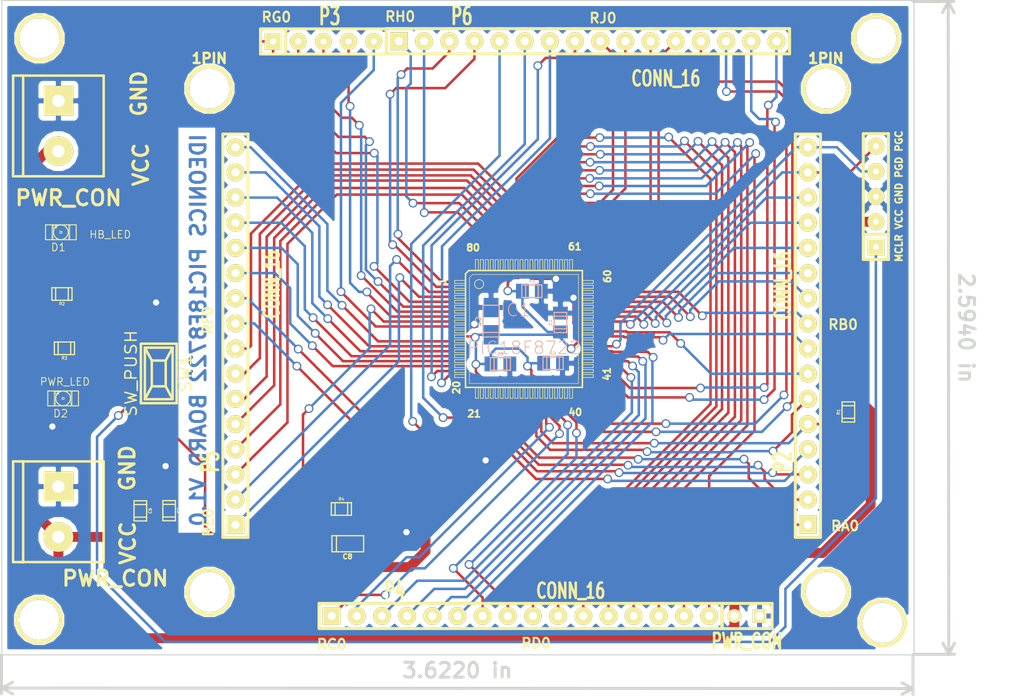
<source format=kicad_pcb>
(kicad_pcb (version 3) (host pcbnew "(2013-07-07 BZR 4022)-stable")
  (layers (15 F.Cu signal) (0 B.Cu signal) (18 B.Paste user) (19 F.Paste user) (20 B.SilkS user) (21 F.SilkS user) (22 B.Mask user) (23 F.Mask user) (28 Edge.Cuts user))
  (net 0 "")
  (net 1 /HB_LED)
  (net 2 /MCLR)
  (net 3 /PGC)
  (net 4 /PGD)
  (net 5 /RA0)
  (net 6 /RA1)
  (net 7 /RA2)
  (net 8 /RA3)
  (net 9 /RA4)
  (net 10 /RA5)
  (net 11 /RA6)
  (net 12 /RA7)
  (net 13 /RB0)
  (net 14 /RB1)
  (net 15 /RB2)
  (net 16 /RB3)
  (net 17 /RB4)
  (net 18 /RB5)
  (net 19 /RC0)
  (net 20 /RC1)
  (net 21 /RC2)
  (net 22 /RC3)
  (net 23 /RC4)
  (net 24 /RC5)
  (net 25 /RC6)
  (net 26 /RC7)
  (net 27 /RD0)
  (net 28 /RD1)
  (net 29 /RD2)
  (net 30 /RD3)
  (net 31 /RD4)
  (net 32 /RD5)
  (net 33 /RD6)
  (net 34 /RD7)
  (net 35 /RE0)
  (net 36 /RE1)
  (net 37 /RE2)
  (net 38 /RE3)
  (net 39 /RE4)
  (net 40 /RE5)
  (net 41 /RE6)
  (net 42 /RE7)
  (net 43 /RF0)
  (net 44 /RF1)
  (net 45 /RF2)
  (net 46 /RF3)
  (net 47 /RF4)
  (net 48 /RF5)
  (net 49 /RF6)
  (net 50 /RF7)
  (net 51 /RG1)
  (net 52 /RG2)
  (net 53 /RG3)
  (net 54 /RG4)
  (net 55 /RH0)
  (net 56 /RH1)
  (net 57 /RH2)
  (net 58 /RH3)
  (net 59 /RH4)
  (net 60 /RH5)
  (net 61 /RH6)
  (net 62 /RH7)
  (net 63 /RJ0)
  (net 64 /RJ1)
  (net 65 /RJ2)
  (net 66 /RJ3)
  (net 67 /RJ4)
  (net 68 /RJ5)
  (net 69 /RJ6)
  (net 70 /RJ7)
  (net 71 /VCC)
  (net 72 GND)
  (net 73 N-000006)
  (net 74 N-000007)
  (module smd_push (layer F.Cu) (at 125.7 129.08 270)
    (fp_text reference SW1 (at 0 -2.70002 270) (layer F.SilkS) (effects (font (size 1.143 1.27) (thickness 0.1524))))
    (fp_text value SW_PUSH (at 0 2.79908 270) (layer F.SilkS) (effects (font (size 1.143 1.27) (thickness 0.1524))))
    (pad 1 smd rect (at -3.59918 0 270) (size 1.00076 1.00076) (layers F.Cu F.Paste F.Mask) (net 72 GND))
    (pad 2 smd rect (at 3.59918 0 270) (size 1.00076 1.00076) (layers F.Cu F.Paste F.Mask) (net 2 /MCLR))
  )
  (module SIL-5 (layer F.Cu) (at 143.59 95.57)
    (fp_text reference P3 (at -0.635 -2.54) (layer F.SilkS) (effects (font (size 1.72974 1.08712) (thickness 0.3048))))
    (fp_text value CONN_5 hide)
    (pad 1 thru_hole rect (at -6.35 0) (size 1.7 1.7) (drill 0.6) (layers *.Cu *.Mask F.SilkS) (net 1 /HB_LED))
    (pad 2 thru_hole circle (at -3.81 0) (size 1.7 1.7) (drill 0.6) (layers *.Cu *.Mask F.SilkS) (net 51 /RG1))
    (pad 3 thru_hole circle (at -1.27 0) (size 1.7 1.7) (drill 0.6) (layers *.Cu *.Mask F.SilkS) (net 52 /RG2))
    (pad 4 thru_hole circle (at 1.27 0) (size 1.7 1.7) (drill 0.6) (layers *.Cu *.Mask F.SilkS) (net 53 /RG3))
    (pad 5 thru_hole circle (at 3.81 0) (size 1.7 1.7) (drill 0.6) (layers *.Cu *.Mask F.SilkS) (net 54 /RG4))
  )
  (module SIL-5 (layer F.Cu) (at 198.08 109.96 90)
    (fp_text reference P1 hide)
    (fp_text value PGM_CONN hide)
    (pad 1 thru_hole rect (at -6.35 0 90) (size 1.7 1.7) (drill 0.6) (layers *.Cu *.Mask F.SilkS) (net 2 /MCLR))
    (pad 2 thru_hole circle (at -3.81 0 90) (size 1.7 1.7) (drill 0.6) (layers *.Cu *.Mask F.SilkS) (net 71 /VCC))
    (pad 3 thru_hole circle (at -1.27 0 90) (size 1.7 1.7) (drill 0.6) (layers *.Cu *.Mask F.SilkS) (net 72 GND))
    (pad 4 thru_hole circle (at 1.27 0 90) (size 1.7 1.7) (drill 0.6) (layers *.Cu *.Mask F.SilkS) (net 4 /PGD))
    (pad 5 thru_hole circle (at 3.81 0 90) (size 1.7 1.7) (drill 0.6) (layers *.Cu *.Mask F.SilkS) (net 3 /PGC))
  )
  (module r_0805 (layer B.Cu) (at 166.24 123.94 270)
    (fp_text reference C3 (at 0 0.9906 270) (layer B.SilkS) (effects (font (size 0.29972 0.29972) (thickness 0.06096)) (justify mirror)))
    (fp_text value 0.1uF hide)
    (pad 1 smd rect (at 0.9525 0 270) (size 1.30048 1.4986) (layers B.Cu B.Paste B.Mask) (net 71 /VCC))
    (pad 2 smd rect (at -0.9525 0 270) (size 1.30048 1.4986) (layers B.Cu B.Paste B.Mask) (net 72 GND))
  )
  (module r_0805 (layer F.Cu) (at 116.18 126.54 180)
    (fp_text reference R3 (at 0 -0.9906 180) (layer F.SilkS) (effects (font (size 0.29972 0.29972) (thickness 0.06096))))
    (fp_text value 1K hide)
    (pad 1 smd rect (at 0.9525 0 180) (size 1.30048 1.4986) (layers F.Cu F.Paste F.Mask) (net 71 /VCC))
    (pad 2 smd rect (at -0.9525 0 180) (size 1.30048 1.4986) (layers F.Cu F.Paste F.Mask) (net 74 N-000007))
  )
  (module r_0805 (layer F.Cu) (at 123.84 142.95 270)
    (fp_text reference C6 (at 0 -0.9906 270) (layer F.SilkS) (effects (font (size 0.29972 0.29972) (thickness 0.06096))))
    (fp_text value 0.1uF hide)
    (pad 1 smd rect (at 0.9525 0 270) (size 1.30048 1.4986) (layers F.Cu F.Paste F.Mask) (net 71 /VCC))
    (pad 2 smd rect (at -0.9525 0 270) (size 1.30048 1.4986) (layers F.Cu F.Paste F.Mask) (net 72 GND))
  )
  (module r_0805 (layer F.Cu) (at 126.75 142.93 270)
    (fp_text reference C7 (at 0 -0.9906 270) (layer F.SilkS) (effects (font (size 0.29972 0.29972) (thickness 0.06096))))
    (fp_text value 0.1uF hide)
    (pad 1 smd rect (at 0.9525 0 270) (size 1.30048 1.4986) (layers F.Cu F.Paste F.Mask) (net 71 /VCC))
    (pad 2 smd rect (at -0.9525 0 270) (size 1.30048 1.4986) (layers F.Cu F.Paste F.Mask) (net 72 GND))
  )
  (module r_0805 (layer F.Cu) (at 144.13 142.76)
    (fp_text reference R4 (at 0 -0.9906) (layer F.SilkS) (effects (font (size 0.29972 0.29972) (thickness 0.06096))))
    (fp_text value 10K hide)
    (pad 1 smd rect (at 0.9525 0) (size 1.30048 1.4986) (layers F.Cu F.Paste F.Mask) (net 71 /VCC))
    (pad 2 smd rect (at -0.9525 0) (size 1.30048 1.4986) (layers F.Cu F.Paste F.Mask) (net 2 /MCLR))
  )
  (module r_0805 (layer B.Cu) (at 160.18 128.12 180)
    (fp_text reference C5 (at 0 0.9906 180) (layer B.SilkS) (effects (font (size 0.29972 0.29972) (thickness 0.06096)) (justify mirror)))
    (fp_text value 0.1uF hide)
    (pad 1 smd rect (at 0.9525 0 180) (size 1.30048 1.4986) (layers B.Cu B.Paste B.Mask) (net 71 /VCC))
    (pad 2 smd rect (at -0.9525 0 180) (size 1.30048 1.4986) (layers B.Cu B.Paste B.Mask) (net 72 GND))
  )
  (module r_0805 (layer B.Cu) (at 163.36 120.78 180)
    (fp_text reference C4 (at 0 0.9906 180) (layer B.SilkS) (effects (font (size 0.29972 0.29972) (thickness 0.06096)) (justify mirror)))
    (fp_text value 0.1uF hide)
    (pad 1 smd rect (at 0.9525 0 180) (size 1.30048 1.4986) (layers B.Cu B.Paste B.Mask) (net 71 /VCC))
    (pad 2 smd rect (at -0.9525 0 180) (size 1.30048 1.4986) (layers B.Cu B.Paste B.Mask) (net 72 GND))
  )
  (module r_0805 (layer B.Cu) (at 165.5 128.05 180)
    (fp_text reference C2 (at 0 0.9906 180) (layer B.SilkS) (effects (font (size 0.29972 0.29972) (thickness 0.06096)) (justify mirror)))
    (fp_text value 0.1uF hide)
    (pad 1 smd rect (at 0.9525 0 180) (size 1.30048 1.4986) (layers B.Cu B.Paste B.Mask) (net 71 /VCC))
    (pad 2 smd rect (at -0.9525 0 180) (size 1.30048 1.4986) (layers B.Cu B.Paste B.Mask) (net 72 GND))
  )
  (module r_0805 (layer F.Cu) (at 115.93 121.06 180)
    (fp_text reference R2 (at 0 -0.9906 180) (layer F.SilkS) (effects (font (size 0.29972 0.29972) (thickness 0.06096))))
    (fp_text value 1K2 hide)
    (pad 1 smd rect (at 0.9525 0 180) (size 1.30048 1.4986) (layers F.Cu F.Paste F.Mask) (net 71 /VCC))
    (pad 2 smd rect (at -0.9525 0 180) (size 1.30048 1.4986) (layers F.Cu F.Paste F.Mask) (net 73 N-000006))
  )
  (module r_0805 (layer F.Cu) (at 195.3 132.97 90)
    (fp_text reference R1 (at 0 -0.9906 90) (layer F.SilkS) (effects (font (size 0.29972 0.29972) (thickness 0.06096))))
    (fp_text value 10K hide)
    (pad 1 smd rect (at 0.9525 0 90) (size 1.30048 1.4986) (layers F.Cu F.Paste F.Mask) (net 71 /VCC))
    (pad 2 smd rect (at -0.9525 0 90) (size 1.30048 1.4986) (layers F.Cu F.Paste F.Mask) (net 9 /RA4))
  )
  (module mors_2p (layer F.Cu) (at 115.57 104.1 270)
    (fp_text reference P12 hide)
    (fp_text value PWR_CON (at 7.27 -1.02 360) (layer F.SilkS) (effects (font (size 1.524 1.524) (thickness 0.3048))))
    (pad 1 thru_hole rect (at -2.54 0 270) (size 2.99974 2.99974) (drill 1.24968) (layers *.Cu *.Mask F.SilkS) (net 72 GND))
    (pad 2 thru_hole circle (at 2.54 0 270) (size 2.99974 2.99974) (drill 1.24968) (layers *.Cu *.Mask F.SilkS) (net 71 /VCC))
  )
  (module mors_2p (layer F.Cu) (at 115.57 143.04 270)
    (fp_text reference P9 hide)
    (fp_text value PWR_CON (at 6.73 -5.74 360) (layer F.SilkS) (effects (font (size 1.524 1.524) (thickness 0.3048))))
    (pad 1 thru_hole rect (at -2.54 0 270) (size 2.99974 2.99974) (drill 1.24968) (layers *.Cu *.Mask F.SilkS) (net 72 GND))
    (pad 2 thru_hole circle (at 2.54 0 270) (size 2.99974 2.99974) (drill 1.24968) (layers *.Cu *.Mask F.SilkS) (net 71 /VCC))
  )
  (module LED-1206 (layer F.Cu) (at 115.82 114.83 180)
    (fp_text reference D1 (at 0.254 -1.524 180) (layer F.SilkS) (effects (font (size 0.762 0.762) (thickness 0.0889))))
    (fp_text value HB_LED (at -4.9824 -0.232 180) (layer F.SilkS) (effects (font (size 0.762 0.762) (thickness 0.0889))))
    (pad 1 smd rect (at -1.41986 0 180) (size 1.59766 1.80086) (layers F.Cu F.Paste F.Mask) (net 73 N-000006))
    (pad 2 smd rect (at 1.41986 0 180) (size 1.59766 1.80086) (layers F.Cu F.Paste F.Mask) (net 1 /HB_LED))
  )
  (module LED-1206 (layer F.Cu) (at 116.05 131.6 180)
    (fp_text reference D2 (at 0.254 -1.524 180) (layer F.SilkS) (effects (font (size 0.762 0.762) (thickness 0.0889))))
    (fp_text value PWR_LED (at -0.18 1.68 180) (layer F.SilkS) (effects (font (size 0.762 0.762) (thickness 0.0889))))
    (pad 1 smd rect (at -1.41986 0 180) (size 1.59766 1.80086) (layers F.Cu F.Paste F.Mask) (net 74 N-000007))
    (pad 2 smd rect (at 1.41986 0 180) (size 1.59766 1.80086) (layers F.Cu F.Paste F.Mask) (net 72 GND))
  )
  (module c_tant_A (layer F.Cu) (at 144.78 146.27 180)
    (fp_text reference C8 (at 0.0254 -1.2954 180) (layer F.SilkS) (effects (font (size 0.50038 0.50038) (thickness 0.11938))))
    (fp_text value 1uF/16V hide)
    (pad 1 smd rect (at 1.37414 0 180) (size 1.95072 1.50114) (layers F.Cu F.Paste F.Mask) (net 2 /MCLR))
    (pad 2 smd rect (at -1.37414 0 180) (size 1.95072 1.50114) (layers F.Cu F.Paste F.Mask) (net 72 GND))
  )
  (module c_tant_A (layer B.Cu) (at 159.24 123.8 270)
    (fp_text reference C1 (at 0.0254 1.2954 270) (layer B.SilkS) (effects (font (size 0.50038 0.50038) (thickness 0.11938)) (justify mirror)))
    (fp_text value 10uF/16V hide)
    (pad 1 smd rect (at 1.37414 0 270) (size 1.95072 1.50114) (layers B.Cu B.Paste B.Mask) (net 71 /VCC))
    (pad 2 smd rect (at -1.37414 0 270) (size 1.95072 1.50114) (layers B.Cu B.Paste B.Mask) (net 72 GND))
  )
  (module microchip-2-TQFP80 (layer F.Cu) (at 162.56 124.59)
    (fp_text reference IC1 (at -0.8636 -1.905) (layer B.SilkS) (effects (font (size 1.27 1.27) (thickness 0.0889))))
    (fp_text value PIC18F8722 (at 0 1.905) (layer B.SilkS) (effects (font (size 1.27 1.27) (thickness 0.0889))))
    (pad 1 smd rect (at -6.59384 -4.7498) (size 1.29794 0.34798) (layers F.Cu F.Paste F.Mask) (net 57 /RH2))
    (pad 2 smd rect (at -6.59384 -4.24942) (size 1.29794 0.34798) (layers F.Cu F.Paste F.Mask) (net 58 /RH3))
    (pad 3 smd rect (at -6.59384 -3.74904) (size 1.29794 0.34798) (layers F.Cu F.Paste F.Mask) (net 36 /RE1))
    (pad 4 smd rect (at -6.59384 -3.24866) (size 1.29794 0.34798) (layers F.Cu F.Paste F.Mask) (net 35 /RE0))
    (pad 5 smd rect (at -6.59384 -2.74828) (size 1.29794 0.34798) (layers F.Cu F.Paste F.Mask) (net 1 /HB_LED))
    (pad 6 smd rect (at -6.59384 -2.2479) (size 1.29794 0.34798) (layers F.Cu F.Paste F.Mask) (net 51 /RG1))
    (pad 7 smd rect (at -6.59384 -1.74752) (size 1.29794 0.34798) (layers F.Cu F.Paste F.Mask) (net 52 /RG2))
    (pad 8 smd rect (at -6.59384 -1.24968) (size 1.29794 0.34798) (layers F.Cu F.Paste F.Mask) (net 53 /RG3))
    (pad 9 smd rect (at -6.59384 -0.7493) (size 1.29794 0.34798) (layers F.Cu F.Paste F.Mask) (net 2 /MCLR))
    (pad 10 smd rect (at -6.59384 -0.24892) (size 1.29794 0.34798) (layers F.Cu F.Paste F.Mask) (net 54 /RG4))
    (pad 11 smd rect (at -6.59384 0.24892) (size 1.29794 0.34798) (layers F.Cu F.Paste F.Mask) (net 72 GND))
    (pad 12 smd rect (at -6.59384 0.7493) (size 1.29794 0.34798) (layers F.Cu F.Paste F.Mask) (net 71 /VCC))
    (pad 13 smd rect (at -6.59384 1.24968) (size 1.29794 0.34798) (layers F.Cu F.Paste F.Mask) (net 50 /RF7))
    (pad 14 smd rect (at -6.59384 1.74752) (size 1.29794 0.34798) (layers F.Cu F.Paste F.Mask) (net 49 /RF6))
    (pad 15 smd rect (at -6.59384 2.2479) (size 1.29794 0.34798) (layers F.Cu F.Paste F.Mask) (net 48 /RF5))
    (pad 16 smd rect (at -6.59384 2.74828) (size 1.29794 0.34798) (layers F.Cu F.Paste F.Mask) (net 47 /RF4))
    (pad 17 smd rect (at -6.59384 3.24866) (size 1.29794 0.34798) (layers F.Cu F.Paste F.Mask) (net 46 /RF3))
    (pad 18 smd rect (at -6.59384 3.74904) (size 1.29794 0.34798) (layers F.Cu F.Paste F.Mask) (net 45 /RF2))
    (pad 19 smd rect (at -6.59384 4.24942) (size 1.29794 0.34798) (layers F.Cu F.Paste F.Mask) (net 62 /RH7))
    (pad 20 smd rect (at -6.59384 4.7498) (size 1.29794 0.34798) (layers F.Cu F.Paste F.Mask) (net 61 /RH6))
    (pad 21 smd rect (at -4.7498 6.59384) (size 0.34798 1.29794) (layers F.Cu F.Paste F.Mask) (net 60 /RH5))
    (pad 22 smd rect (at -4.24942 6.59384) (size 0.34798 1.29794) (layers F.Cu F.Paste F.Mask) (net 59 /RH4))
    (pad 23 smd rect (at -3.74904 6.59384) (size 0.34798 1.29794) (layers F.Cu F.Paste F.Mask) (net 44 /RF1))
    (pad 24 smd rect (at -3.24866 6.59384) (size 0.34798 1.29794) (layers F.Cu F.Paste F.Mask) (net 43 /RF0))
    (pad 25 smd rect (at -2.74828 6.59384) (size 0.34798 1.29794) (layers F.Cu F.Paste F.Mask) (net 71 /VCC))
    (pad 26 smd rect (at -2.2479 6.59384) (size 0.34798 1.29794) (layers F.Cu F.Paste F.Mask) (net 72 GND))
    (pad 27 smd rect (at -1.74752 6.59384) (size 0.34798 1.29794) (layers F.Cu F.Paste F.Mask) (net 8 /RA3))
    (pad 28 smd rect (at -1.24968 6.59384) (size 0.34798 1.29794) (layers F.Cu F.Paste F.Mask) (net 7 /RA2))
    (pad 29 smd rect (at -0.7493 6.59384) (size 0.34798 1.29794) (layers F.Cu F.Paste F.Mask) (net 6 /RA1))
    (pad 30 smd rect (at -0.24892 6.59384) (size 0.34798 1.29794) (layers F.Cu F.Paste F.Mask) (net 5 /RA0))
    (pad 31 smd rect (at 0.24892 6.59384) (size 0.34798 1.29794) (layers F.Cu F.Paste F.Mask) (net 72 GND))
    (pad 32 smd rect (at 0.7493 6.59384) (size 0.34798 1.29794) (layers F.Cu F.Paste F.Mask) (net 71 /VCC))
    (pad 33 smd rect (at 1.24968 6.59384) (size 0.34798 1.29794) (layers F.Cu F.Paste F.Mask) (net 10 /RA5))
    (pad 34 smd rect (at 1.74752 6.59384) (size 0.34798 1.29794) (layers F.Cu F.Paste F.Mask) (net 9 /RA4))
    (pad 35 smd rect (at 2.2479 6.59384) (size 0.34798 1.29794) (layers F.Cu F.Paste F.Mask) (net 20 /RC1))
    (pad 36 smd rect (at 2.74828 6.59384) (size 0.34798 1.29794) (layers F.Cu F.Paste F.Mask) (net 19 /RC0))
    (pad 37 smd rect (at 3.24866 6.59384) (size 0.34798 1.29794) (layers F.Cu F.Paste F.Mask) (net 25 /RC6))
    (pad 38 smd rect (at 3.74904 6.59384) (size 0.34798 1.29794) (layers F.Cu F.Paste F.Mask) (net 26 /RC7))
    (pad 39 smd rect (at 4.24942 6.59384) (size 0.34798 1.29794) (layers F.Cu F.Paste F.Mask) (net 67 /RJ4))
    (pad 40 smd rect (at 4.7498 6.59384) (size 0.34798 1.29794) (layers F.Cu F.Paste F.Mask) (net 68 /RJ5))
    (pad 41 smd rect (at 6.59384 4.7498) (size 1.29794 0.34798) (layers F.Cu F.Paste F.Mask) (net 69 /RJ6))
    (pad 42 smd rect (at 6.59384 4.24942) (size 1.29794 0.34798) (layers F.Cu F.Paste F.Mask) (net 70 /RJ7))
    (pad 43 smd rect (at 6.59384 3.74904) (size 1.29794 0.34798) (layers F.Cu F.Paste F.Mask) (net 21 /RC2))
    (pad 44 smd rect (at 6.59384 3.24866) (size 1.29794 0.34798) (layers F.Cu F.Paste F.Mask) (net 22 /RC3))
    (pad 45 smd rect (at 6.59384 2.74828) (size 1.29794 0.34798) (layers F.Cu F.Paste F.Mask) (net 23 /RC4))
    (pad 46 smd rect (at 6.59384 2.2479) (size 1.29794 0.34798) (layers F.Cu F.Paste F.Mask) (net 24 /RC5))
    (pad 47 smd rect (at 6.59384 1.74752) (size 1.29794 0.34798) (layers F.Cu F.Paste F.Mask) (net 4 /PGD))
    (pad 48 smd rect (at 6.59384 1.24968) (size 1.29794 0.34798) (layers F.Cu F.Paste F.Mask) (net 71 /VCC))
    (pad 49 smd rect (at 6.59384 0.7493) (size 1.29794 0.34798) (layers F.Cu F.Paste F.Mask) (net 12 /RA7))
    (pad 50 smd rect (at 6.59384 0.24892) (size 1.29794 0.34798) (layers F.Cu F.Paste F.Mask) (net 11 /RA6))
    (pad 51 smd rect (at 6.59384 -0.24892) (size 1.29794 0.34798) (layers F.Cu F.Paste F.Mask) (net 72 GND))
    (pad 52 smd rect (at 6.59384 -0.7493) (size 1.29794 0.34798) (layers F.Cu F.Paste F.Mask) (net 3 /PGC))
    (pad 53 smd rect (at 6.59384 -1.24968) (size 1.29794 0.34798) (layers F.Cu F.Paste F.Mask) (net 18 /RB5))
    (pad 54 smd rect (at 6.59384 -1.74752) (size 1.29794 0.34798) (layers F.Cu F.Paste F.Mask) (net 17 /RB4))
    (pad 55 smd rect (at 6.59384 -2.2479) (size 1.29794 0.34798) (layers F.Cu F.Paste F.Mask) (net 16 /RB3))
    (pad 56 smd rect (at 6.59384 -2.74828) (size 1.29794 0.34798) (layers F.Cu F.Paste F.Mask) (net 15 /RB2))
    (pad 57 smd rect (at 6.59384 -3.24866) (size 1.29794 0.34798) (layers F.Cu F.Paste F.Mask) (net 14 /RB1))
    (pad 58 smd rect (at 6.59384 -3.74904) (size 1.29794 0.34798) (layers F.Cu F.Paste F.Mask) (net 13 /RB0))
    (pad 59 smd rect (at 6.59384 -4.24942) (size 1.29794 0.34798) (layers F.Cu F.Paste F.Mask) (net 66 /RJ3))
    (pad 60 smd rect (at 6.59384 -4.7498) (size 1.29794 0.34798) (layers F.Cu F.Paste F.Mask) (net 65 /RJ2))
    (pad 61 smd rect (at 4.7498 -6.59384) (size 0.34798 1.29794) (layers F.Cu F.Paste F.Mask) (net 64 /RJ1))
    (pad 62 smd rect (at 4.24942 -6.59384) (size 0.34798 1.29794) (layers F.Cu F.Paste F.Mask) (net 63 /RJ0))
    (pad 63 smd rect (at 3.74904 -6.59384) (size 0.34798 1.29794) (layers F.Cu F.Paste F.Mask) (net 34 /RD7))
    (pad 64 smd rect (at 3.24866 -6.59384) (size 0.34798 1.29794) (layers F.Cu F.Paste F.Mask) (net 33 /RD6))
    (pad 65 smd rect (at 2.74828 -6.59384) (size 0.34798 1.29794) (layers F.Cu F.Paste F.Mask) (net 32 /RD5))
    (pad 66 smd rect (at 2.2479 -6.59384) (size 0.34798 1.29794) (layers F.Cu F.Paste F.Mask) (net 31 /RD4))
    (pad 67 smd rect (at 1.74752 -6.59384) (size 0.34798 1.29794) (layers F.Cu F.Paste F.Mask) (net 30 /RD3))
    (pad 68 smd rect (at 1.24968 -6.59384) (size 0.34798 1.29794) (layers F.Cu F.Paste F.Mask) (net 29 /RD2))
    (pad 69 smd rect (at 0.7493 -6.59384) (size 0.34798 1.29794) (layers F.Cu F.Paste F.Mask) (net 28 /RD1))
    (pad 70 smd rect (at 0.24892 -6.59384) (size 0.34798 1.29794) (layers F.Cu F.Paste F.Mask) (net 72 GND))
    (pad 71 smd rect (at -0.24892 -6.59384) (size 0.34798 1.29794) (layers F.Cu F.Paste F.Mask) (net 71 /VCC))
    (pad 72 smd rect (at -0.7493 -6.59384) (size 0.34798 1.29794) (layers F.Cu F.Paste F.Mask) (net 27 /RD0))
    (pad 73 smd rect (at -1.24968 -6.59384) (size 0.34798 1.29794) (layers F.Cu F.Paste F.Mask) (net 42 /RE7))
    (pad 74 smd rect (at -1.74752 -6.59384) (size 0.34798 1.29794) (layers F.Cu F.Paste F.Mask) (net 41 /RE6))
    (pad 75 smd rect (at -2.2479 -6.59384) (size 0.34798 1.29794) (layers F.Cu F.Paste F.Mask) (net 40 /RE5))
    (pad 76 smd rect (at -2.74828 -6.59384) (size 0.34798 1.29794) (layers F.Cu F.Paste F.Mask) (net 39 /RE4))
    (pad 77 smd rect (at -3.24866 -6.59384) (size 0.34798 1.29794) (layers F.Cu F.Paste F.Mask) (net 38 /RE3))
    (pad 78 smd rect (at -3.74904 -6.59384) (size 0.34798 1.29794) (layers F.Cu F.Paste F.Mask) (net 37 /RE2))
    (pad 79 smd rect (at -4.24942 -6.59384) (size 0.34798 1.29794) (layers F.Cu F.Paste F.Mask) (net 55 /RH0))
    (pad 80 smd rect (at -4.7498 -6.59384) (size 0.34798 1.29794) (layers F.Cu F.Paste F.Mask) (net 56 /RH1))
  )
  (module SIL-16 (layer F.Cu) (at 191.22 126.57 90)
    (fp_text reference P2 (at -11.43 -2.54 90) (layer F.SilkS) (effects (font (size 1.72974 1.08712) (thickness 0.3048))))
    (fp_text value CONN_16 (at 6.35 -2.54 90) (layer F.SilkS) (effects (font (size 1.524 1.016) (thickness 0.3048))))
    (pad 1 thru_hole rect (at -17.78 0 90) (size 1.8 1.8) (drill 0.8128) (layers *.Cu *.Mask F.SilkS) (net 5 /RA0))
    (pad 2 thru_hole circle (at -15.24 0 90) (size 1.8 1.8) (drill 0.8128) (layers *.Cu *.Mask F.SilkS) (net 6 /RA1))
    (pad 3 thru_hole circle (at -12.7 0 90) (size 1.8 1.8) (drill 0.8128) (layers *.Cu *.Mask F.SilkS) (net 7 /RA2))
    (pad 4 thru_hole circle (at -10.16 0 90) (size 1.8 1.8) (drill 0.8128) (layers *.Cu *.Mask F.SilkS) (net 8 /RA3))
    (pad 5 thru_hole circle (at -7.62 0 90) (size 1.8 1.8) (drill 0.8128) (layers *.Cu *.Mask F.SilkS) (net 9 /RA4))
    (pad 6 thru_hole circle (at -5.08 0 90) (size 1.8 1.8) (drill 0.8128) (layers *.Cu *.Mask F.SilkS) (net 10 /RA5))
    (pad 7 thru_hole circle (at -2.54 0 90) (size 1.8 1.8) (drill 0.8128) (layers *.Cu *.Mask F.SilkS) (net 11 /RA6))
    (pad 8 thru_hole circle (at 0 0 90) (size 1.8 1.8) (drill 0.8128) (layers *.Cu *.Mask F.SilkS) (net 12 /RA7))
    (pad 9 thru_hole circle (at 2.54 0 90) (size 1.8 1.8) (drill 0.8128) (layers *.Cu *.Mask F.SilkS) (net 13 /RB0))
    (pad 10 thru_hole circle (at 5.08 0 90) (size 1.8 1.8) (drill 0.8128) (layers *.Cu *.Mask F.SilkS) (net 14 /RB1))
    (pad 11 thru_hole circle (at 7.62 0 90) (size 1.8 1.8) (drill 0.8128) (layers *.Cu *.Mask F.SilkS) (net 15 /RB2))
    (pad 12 thru_hole circle (at 10.16 0 90) (size 1.8 1.8) (drill 0.8128) (layers *.Cu *.Mask F.SilkS) (net 16 /RB3))
    (pad 13 thru_hole circle (at 12.7 0 90) (size 1.8 1.8) (drill 0.8128) (layers *.Cu *.Mask F.SilkS) (net 17 /RB4))
    (pad 14 thru_hole circle (at 15.24 0 90) (size 1.8 1.8) (drill 0.8128) (layers *.Cu *.Mask F.SilkS) (net 18 /RB5))
    (pad 15 thru_hole circle (at 17.78 0 90) (size 1.8 1.8) (drill 0.8128) (layers *.Cu *.Mask F.SilkS) (net 3 /PGC))
    (pad 16 thru_hole circle (at 20.32 0 90) (size 1.8 1.8) (drill 0.8128) (layers *.Cu *.Mask F.SilkS) (net 4 /PGD))
  )
  (module SIL-16 (layer F.Cu) (at 160.93 153.56)
    (fp_text reference P4 (at -11.43 -2.54) (layer F.SilkS) (effects (font (size 1.72974 1.08712) (thickness 0.3048))))
    (fp_text value CONN_16 (at 6.35 -2.54) (layer F.SilkS) (effects (font (size 1.524 1.016) (thickness 0.3048))))
    (pad 1 thru_hole rect (at -17.78 0) (size 1.8 1.8) (drill 0.8128) (layers *.Cu *.Mask F.SilkS) (net 19 /RC0))
    (pad 2 thru_hole circle (at -15.24 0) (size 1.8 1.8) (drill 0.8128) (layers *.Cu *.Mask F.SilkS) (net 20 /RC1))
    (pad 3 thru_hole circle (at -12.7 0) (size 1.8 1.8) (drill 0.8128) (layers *.Cu *.Mask F.SilkS) (net 21 /RC2))
    (pad 4 thru_hole circle (at -10.16 0) (size 1.8 1.8) (drill 0.8128) (layers *.Cu *.Mask F.SilkS) (net 22 /RC3))
    (pad 5 thru_hole circle (at -7.62 0) (size 1.8 1.8) (drill 0.8128) (layers *.Cu *.Mask F.SilkS) (net 23 /RC4))
    (pad 6 thru_hole circle (at -5.08 0) (size 1.8 1.8) (drill 0.8128) (layers *.Cu *.Mask F.SilkS) (net 24 /RC5))
    (pad 7 thru_hole circle (at -2.54 0) (size 1.8 1.8) (drill 0.8128) (layers *.Cu *.Mask F.SilkS) (net 25 /RC6))
    (pad 8 thru_hole circle (at 0 0) (size 1.8 1.8) (drill 0.8128) (layers *.Cu *.Mask F.SilkS) (net 26 /RC7))
    (pad 9 thru_hole circle (at 2.54 0) (size 1.8 1.8) (drill 0.8128) (layers *.Cu *.Mask F.SilkS) (net 27 /RD0))
    (pad 10 thru_hole circle (at 5.08 0) (size 1.8 1.8) (drill 0.8128) (layers *.Cu *.Mask F.SilkS) (net 28 /RD1))
    (pad 11 thru_hole circle (at 7.62 0) (size 1.8 1.8) (drill 0.8128) (layers *.Cu *.Mask F.SilkS) (net 29 /RD2))
    (pad 12 thru_hole circle (at 10.16 0) (size 1.8 1.8) (drill 0.8128) (layers *.Cu *.Mask F.SilkS) (net 30 /RD3))
    (pad 13 thru_hole circle (at 12.7 0) (size 1.8 1.8) (drill 0.8128) (layers *.Cu *.Mask F.SilkS) (net 31 /RD4))
    (pad 14 thru_hole circle (at 15.24 0) (size 1.8 1.8) (drill 0.8128) (layers *.Cu *.Mask F.SilkS) (net 32 /RD5))
    (pad 15 thru_hole circle (at 17.78 0) (size 1.8 1.8) (drill 0.8128) (layers *.Cu *.Mask F.SilkS) (net 33 /RD6))
    (pad 16 thru_hole circle (at 20.32 0) (size 1.8 1.8) (drill 0.8128) (layers *.Cu *.Mask F.SilkS) (net 34 /RD7))
  )
  (module SIL-16 (layer F.Cu) (at 167.72 95.55)
    (fp_text reference P6 (at -11.43 -2.54) (layer F.SilkS) (effects (font (size 1.72974 1.08712) (thickness 0.3048))))
    (fp_text value CONN_16 (at 9.1656 3.764) (layer F.SilkS) (effects (font (size 1.524 1.016) (thickness 0.3048))))
    (pad 1 thru_hole rect (at -17.78 0) (size 1.8 1.8) (drill 0.8128) (layers *.Cu *.Mask F.SilkS) (net 55 /RH0))
    (pad 2 thru_hole circle (at -15.24 0) (size 1.8 1.8) (drill 0.8128) (layers *.Cu *.Mask F.SilkS) (net 56 /RH1))
    (pad 3 thru_hole circle (at -12.7 0) (size 1.8 1.8) (drill 0.8128) (layers *.Cu *.Mask F.SilkS) (net 57 /RH2))
    (pad 4 thru_hole circle (at -10.16 0) (size 1.8 1.8) (drill 0.8128) (layers *.Cu *.Mask F.SilkS) (net 58 /RH3))
    (pad 5 thru_hole circle (at -7.62 0) (size 1.8 1.8) (drill 0.8128) (layers *.Cu *.Mask F.SilkS) (net 59 /RH4))
    (pad 6 thru_hole circle (at -5.08 0) (size 1.8 1.8) (drill 0.8128) (layers *.Cu *.Mask F.SilkS) (net 60 /RH5))
    (pad 7 thru_hole circle (at -2.54 0) (size 1.8 1.8) (drill 0.8128) (layers *.Cu *.Mask F.SilkS) (net 61 /RH6))
    (pad 8 thru_hole circle (at 0 0) (size 1.8 1.8) (drill 0.8128) (layers *.Cu *.Mask F.SilkS) (net 62 /RH7))
    (pad 9 thru_hole circle (at 2.54 0) (size 1.8 1.8) (drill 0.8128) (layers *.Cu *.Mask F.SilkS) (net 63 /RJ0))
    (pad 10 thru_hole circle (at 5.08 0) (size 1.8 1.8) (drill 0.8128) (layers *.Cu *.Mask F.SilkS) (net 64 /RJ1))
    (pad 11 thru_hole circle (at 7.62 0) (size 1.8 1.8) (drill 0.8128) (layers *.Cu *.Mask F.SilkS) (net 65 /RJ2))
    (pad 12 thru_hole circle (at 10.16 0) (size 1.8 1.8) (drill 0.8128) (layers *.Cu *.Mask F.SilkS) (net 66 /RJ3))
    (pad 13 thru_hole circle (at 12.7 0) (size 1.8 1.8) (drill 0.8128) (layers *.Cu *.Mask F.SilkS) (net 67 /RJ4))
    (pad 14 thru_hole circle (at 15.24 0) (size 1.8 1.8) (drill 0.8128) (layers *.Cu *.Mask F.SilkS) (net 68 /RJ5))
    (pad 15 thru_hole circle (at 17.78 0) (size 1.8 1.8) (drill 0.8128) (layers *.Cu *.Mask F.SilkS) (net 69 /RJ6))
    (pad 16 thru_hole circle (at 20.32 0) (size 1.8 1.8) (drill 0.8128) (layers *.Cu *.Mask F.SilkS) (net 70 /RJ7))
  )
  (module SIL-16 (layer F.Cu) (at 133.44 126.57 90)
    (fp_text reference P5 (at -11.43 -2.54 90) (layer F.SilkS) (effects (font (size 1.72974 1.08712) (thickness 0.27178))))
    (fp_text value CONN_16 (at 6.4788 3.6692 90) (layer F.SilkS) (effects (font (size 1.524 1.016) (thickness 0.3048))))
    (pad 1 thru_hole rect (at -17.78 0 90) (size 1.8 1.8) (drill 0.8128) (layers *.Cu *.Mask F.SilkS) (net 35 /RE0))
    (pad 2 thru_hole circle (at -15.24 0 90) (size 1.8 1.8) (drill 0.8128) (layers *.Cu *.Mask F.SilkS) (net 36 /RE1))
    (pad 3 thru_hole circle (at -12.7 0 90) (size 1.8 1.8) (drill 0.8128) (layers *.Cu *.Mask F.SilkS) (net 37 /RE2))
    (pad 4 thru_hole circle (at -10.16 0 90) (size 1.8 1.8) (drill 0.8128) (layers *.Cu *.Mask F.SilkS) (net 38 /RE3))
    (pad 5 thru_hole circle (at -7.62 0 90) (size 1.8 1.8) (drill 0.8128) (layers *.Cu *.Mask F.SilkS) (net 39 /RE4))
    (pad 6 thru_hole circle (at -5.08 0 90) (size 1.8 1.8) (drill 0.8128) (layers *.Cu *.Mask F.SilkS) (net 40 /RE5))
    (pad 7 thru_hole circle (at -2.54 0 90) (size 1.8 1.8) (drill 0.8128) (layers *.Cu *.Mask F.SilkS) (net 41 /RE6))
    (pad 8 thru_hole circle (at 0 0 90) (size 1.8 1.8) (drill 0.8128) (layers *.Cu *.Mask F.SilkS) (net 42 /RE7))
    (pad 9 thru_hole circle (at 2.54 0 90) (size 1.8 1.8) (drill 0.8128) (layers *.Cu *.Mask F.SilkS) (net 43 /RF0))
    (pad 10 thru_hole circle (at 5.08 0 90) (size 1.8 1.8) (drill 0.8128) (layers *.Cu *.Mask F.SilkS) (net 44 /RF1))
    (pad 11 thru_hole circle (at 7.62 0 90) (size 1.8 1.8) (drill 0.8128) (layers *.Cu *.Mask F.SilkS) (net 45 /RF2))
    (pad 12 thru_hole circle (at 10.16 0 90) (size 1.8 1.8) (drill 0.8128) (layers *.Cu *.Mask F.SilkS) (net 46 /RF3))
    (pad 13 thru_hole circle (at 12.7 0 90) (size 1.8 1.8) (drill 0.8128) (layers *.Cu *.Mask F.SilkS) (net 47 /RF4))
    (pad 14 thru_hole circle (at 15.24 0 90) (size 1.8 1.8) (drill 0.8128) (layers *.Cu *.Mask F.SilkS) (net 48 /RF5))
    (pad 15 thru_hole circle (at 17.78 0 90) (size 1.8 1.8) (drill 0.8128) (layers *.Cu *.Mask F.SilkS) (net 49 /RF6))
    (pad 16 thru_hole circle (at 20.32 0 90) (size 1.8 1.8) (drill 0.8128) (layers *.Cu *.Mask F.SilkS) (net 50 /RF7))
  )
  (module SIL-2 (layer F.Cu) (at 185.07 153.56 180)
    (fp_text reference P7 hide)
    (fp_text value PWR_CON (at 0 -2.54 180) (layer F.SilkS) (effects (font (size 1.524 1.016) (thickness 0.254))))
    (pad 1 thru_hole rect (at -1.27 0 180) (size 1.397 1.397) (drill 0.8128) (layers *.Cu *.Mask F.SilkS) (net 72 GND))
    (pad 2 thru_hole circle (at 1.27 0 180) (size 1.397 1.397) (drill 0.8128) (layers *.Cu *.Mask F.SilkS) (net 71 /VCC))
  )
  (module 1pin (layer F.Cu) (at 113.665 95.25)
    (fp_text reference 1PIN hide)
    (fp_text value P*** hide)
    (pad 1 thru_hole circle (at 0 0) (size 4.064 4.064) (drill 4) (layers *.Cu *.Mask F.SilkS))
  )
  (module 1pin (layer F.Cu) (at 113.625 153.95)
    (fp_text reference 1PIN hide)
    (fp_text value P*** hide)
    (pad 1 thru_hole circle (at 0 0) (size 4.064 4.064) (drill 4) (layers *.Cu *.Mask F.SilkS))
  )
  (module 1pin (layer F.Cu) (at 198.12 95.25)
    (fp_text reference 1PIN hide)
    (fp_text value P*** hide)
    (pad 1 thru_hole circle (at 0 0) (size 4.064 4.064) (drill 4) (layers *.Cu *.Mask F.SilkS))
  )
  (module 1pin (layer F.Cu) (at 198.75 154.25)
    (fp_text reference 1PIN hide)
    (fp_text value P*** hide)
    (pad 1 thru_hole circle (at 0 0) (size 4.064 4.064) (drill 4) (layers *.Cu *.Mask F.SilkS))
  )
  (module 1pin (layer F.Cu) (at 193.04 100.33)
    (fp_text reference 1PIN (at 0 -3.048) (layer F.SilkS) (effects (font (size 1.016 1.016) (thickness 0.254))))
    (fp_text value P*** hide)
    (pad 1 thru_hole circle (at 0 0) (size 4.064 4.064) (drill 4) (layers *.Cu *.Mask F.SilkS))
  )
  (module 1pin (layer F.Cu) (at 130.81 100.33)
    (fp_text reference 1PIN (at 0 -3.048) (layer F.SilkS) (effects (font (size 1.016 1.016) (thickness 0.254))))
    (fp_text value P*** hide)
    (pad 1 thru_hole circle (at 0 0) (size 4.064 4.064) (drill 4) (layers *.Cu *.Mask F.SilkS))
  )
  (module 1pin (layer F.Cu) (at 130.81 151.13)
    (fp_text reference 1PIN hide)
    (fp_text value P*** hide)
    (pad 1 thru_hole circle (at 0 0) (size 4.064 4.064) (drill 4) (layers *.Cu *.Mask F.SilkS))
  )
  (module 1pin (layer F.Cu) (at 193.04 151.13)
    (fp_text reference 1PIN hide)
    (fp_text value P*** hide)
    (pad 1 thru_hole circle (at 0 0) (size 4.064 4.064) (drill 4) (layers *.Cu *.Mask F.SilkS))
  )
  (dimension 65.88762 (width 0.3) (layer Edge.Cuts) (gr_text "65.888 mm" (at 206.759561 124.481618 270.0441756) (layer Edge.Cuts) (effects (font (size 1.5 1.5) (thickness 0.3)))) (feature1 (pts (xy 201.8284 91.5416) (xy 208.084161 91.536778))) (feature2 (pts (xy 201.8792 157.4292) (xy 208.134961 157.424378))) (crossbar (pts (xy 205.434962 157.426459) (xy 205.384162 91.538859))) (arrow1a (pts (xy 205.384162 91.538859) (xy 205.971451 92.66491))) (arrow1b (pts (xy 205.384162 91.538859) (xy 204.79861 92.665814))) (arrow2a (pts (xy 205.434962 157.426459) (xy 206.020514 156.299504))) (arrow2b (pts (xy 205.434962 157.426459) (xy 204.847673 156.300408))))
  (dimension 91.998814 (width 0.3) (layer Edge.Cuts) (gr_text "91.999 mm" (at 155.826404 162.208225 359.9683624) (layer Edge.Cuts) (effects (font (size 1.5 1.5) (thickness 0.3)))) (feature1 (pts (xy 201.8284 157.5308) (xy 201.825059 163.583625))) (feature2 (pts (xy 109.8296 157.48) (xy 109.826259 163.532825))) (crossbar (pts (xy 109.827749 160.832826) (xy 201.826549 160.883626))) (arrow1a (pts (xy 201.826549 160.883626) (xy 200.699722 161.469424))) (arrow1b (pts (xy 201.826549 160.883626) (xy 200.70037 160.296584))) (arrow2a (pts (xy 109.827749 160.832826) (xy 110.953928 161.419868))) (arrow2b (pts (xy 109.827749 160.832826) (xy 110.954576 160.247028))))
  (gr_text 61 (at 167.6908 116.2812) (layer F.SilkS) (effects (font (size 0.7 0.7) (thickness 0.175))))
  (gr_text "80\n" (at 157.4292 116.3828) (layer F.SilkS) (effects (font (size 0.7 0.7) (thickness 0.175))))
  (gr_text 60 (at 170.9928 119.2784 90) (layer F.SilkS) (effects (font (size 0.7 0.7) (thickness 0.175))))
  (gr_text 41 (at 170.942 129.1336 90) (layer F.SilkS) (effects (font (size 0.7 0.7) (thickness 0.175))))
  (gr_text 40 (at 167.7416 132.9944) (layer F.SilkS) (effects (font (size 0.7 0.7) (thickness 0.175))))
  (gr_text 21 (at 157.5308 133.1468) (layer F.SilkS) (effects (font (size 0.7 0.7) (thickness 0.175))))
  (gr_text 20 (at 155.7528 130.5052 90) (layer F.SilkS) (effects (font (size 0.7 0.7) (thickness 0.175))))
  (gr_text 1 (at 154.3304 119.7864 90) (layer F.SilkS) (effects (font (size 0.7 0.7) (thickness 0.175))))
  (gr_text "MCLR VCC GND PGD PGC" (at 200.406 111.2012 90) (layer F.SilkS) (effects (font (size 0.7 0.7) (thickness 0.175))))
  (gr_text RH0 (at 150.0632 93.0656) (layer F.SilkS) (effects (font (size 1 1) (thickness 0.2))))
  (gr_text RG0 (at 137.5664 93.1164) (layer F.SilkS) (effects (font (size 1 1) (thickness 0.2))))
  (gr_text RJ0 (at 170.5356 93.218) (layer F.SilkS) (effects (font (size 1 1) (thickness 0.2))))
  (gr_text RB0 (at 194.7672 124.1552) (layer F.SilkS) (effects (font (size 1 1) (thickness 0.2))))
  (gr_text RA0 (at 194.9704 144.4752) (layer F.SilkS) (effects (font (size 1 1) (thickness 0.2))))
  (gr_text RD0 (at 163.7792 156.3116) (layer F.SilkS) (effects (font (size 1 1) (thickness 0.2))))
  (gr_text RC0 (at 143.1544 156.4132) (layer F.SilkS) (effects (font (size 1 1) (thickness 0.2))))
  (gr_text RE0 (at 130.7084 144.1196 90) (layer F.SilkS) (effects (font (size 1 1) (thickness 0.2))))
  (gr_text RF0 (at 130.6576 123.698 90) (layer F.SilkS) (effects (font (size 1 1) (thickness 0.2))))
  (gr_text GND (at 122.5296 138.6332 90) (layer F.SilkS) (effects (font (size 1.5 1.5) (thickness 0.3))))
  (gr_text "VCC\n" (at 122.5804 146.2024 90) (layer F.SilkS) (effects (font (size 1.5 1.5) (thickness 0.3))))
  (gr_text VCC (at 123.9012 108.0008 90) (layer F.SilkS) (effects (font (size 1.5 1.5) (thickness 0.3))))
  (gr_text "GND\n" (at 123.698 100.838 90) (layer F.SilkS) (effects (font (size 1.5 1.5) (thickness 0.3))))
  (gr_text "IDEONICS PIC18F8722 BOARD V1.0" (at 129.6924 124.714 90) (layer B.Cu) (effects (font (size 1.5 1.5) (thickness 0.3)) (justify mirror)))
  (gr_line (start 201.93 91.44) (end 201.93 157.48) (angle 90) (layer Edge.Cuts) (width 0.1))
  (gr_line (start 109.855 91.44) (end 201.93 91.44) (angle 90) (layer Edge.Cuts) (width 0.1))
  (gr_line (start 109.855 157.48) (end 109.855 91.44) (angle 90) (layer Edge.Cuts) (width 0.1))
  (gr_line (start 201.93 157.48) (end 109.855 157.48) (angle 90) (layer Edge.Cuts) (width 0.1))
  (segment (start 114.40014 114.83) (end 114.40014 111.97486) (width 0.254) (layer F.Cu) (net 1))
  (segment (start 130.805 95.57) (end 137.24 95.57) (width 0.254) (layer F.Cu) (net 1))
  (segment (start 114.40014 111.97486) (end 130.805 95.57) (width 0.254) (layer F.Cu) (net 1))
  (segment (start 137.24 95.57) (end 137.24 100.48) (width 0.254) (layer F.Cu) (net 1))
  (segment (start 151.00172 121.84172) (end 155.96616 121.84172) (width 0.254) (layer F.Cu) (net 1))
  (via (at 147.43 118.27) (size 0.889) (layers F.Cu B.Cu) (net 1))
  (segment (start 151.00172 121.84172) (end 147.43 118.27) (width 0.254) (layer F.Cu) (net 1))
  (segment (start 147.77 117.93) (end 147.43 118.27) (width 0.254) (layer B.Cu) (net 1))
  (segment (start 147.77 107.16) (end 147.77 117.93) (width 0.254) (layer B.Cu) (net 1))
  (segment (start 147.45 106.84) (end 147.77 107.16) (width 0.254) (layer B.Cu) (net 1))
  (via (at 147.45 106.84) (size 0.889) (layers F.Cu B.Cu) (net 1))
  (segment (start 143.6 106.84) (end 147.45 106.84) (width 0.254) (layer F.Cu) (net 1))
  (segment (start 137.24 100.48) (end 143.6 106.84) (width 0.254) (layer F.Cu) (net 1))
  (segment (start 198.08 116.31) (end 198.08 141.695) (width 0.254) (layer B.Cu) (net 2))
  (segment (start 122.27082 132.67918) (end 125.7 132.67918) (width 0.254) (layer F.Cu) (net 2))
  (segment (start 121.625 133.325) (end 122.27082 132.67918) (width 0.254) (layer F.Cu) (net 2))
  (via (at 121.625 133.325) (size 0.889) (layers F.Cu B.Cu) (net 2))
  (segment (start 119.475 135.475) (end 121.625 133.325) (width 0.254) (layer B.Cu) (net 2))
  (segment (start 119.475 149.3) (end 119.475 135.475) (width 0.254) (layer B.Cu) (net 2))
  (segment (start 126.35 156.175) (end 119.475 149.3) (width 0.254) (layer B.Cu) (net 2))
  (segment (start 187.4 156.175) (end 126.35 156.175) (width 0.254) (layer B.Cu) (net 2))
  (segment (start 188.95 154.625) (end 187.4 156.175) (width 0.254) (layer B.Cu) (net 2))
  (segment (start 188.95 150.825) (end 188.95 154.625) (width 0.254) (layer B.Cu) (net 2))
  (segment (start 198.08 141.695) (end 188.95 150.825) (width 0.254) (layer B.Cu) (net 2))
  (segment (start 125.7 132.67918) (end 125.7 133.725) (width 0.254) (layer F.Cu) (net 2))
  (segment (start 132.07 146.27) (end 143.40586 146.27) (width 0.254) (layer F.Cu) (net 2))
  (segment (start 130.375 144.575) (end 132.07 146.27) (width 0.254) (layer F.Cu) (net 2))
  (segment (start 130.375 138.4) (end 130.375 144.575) (width 0.254) (layer F.Cu) (net 2))
  (segment (start 125.7 133.725) (end 130.375 138.4) (width 0.254) (layer F.Cu) (net 2))
  (segment (start 143.1775 142.76) (end 143.1775 146.04164) (width 0.254) (layer F.Cu) (net 2))
  (segment (start 143.1775 146.04164) (end 143.40586 146.27) (width 0.254) (layer F.Cu) (net 2))
  (segment (start 155.96616 123.8407) (end 148.4007 123.8407) (width 0.254) (layer F.Cu) (net 2))
  (segment (start 140.26 139.8425) (end 143.1775 142.76) (width 0.254) (layer F.Cu) (net 2))
  (segment (start 140.26 133.23) (end 140.26 139.8425) (width 0.254) (layer F.Cu) (net 2))
  (segment (start 140.86 132.63) (end 140.26 133.23) (width 0.254) (layer F.Cu) (net 2))
  (via (at 140.86 132.63) (size 0.889) (layers F.Cu B.Cu) (net 2))
  (segment (start 146.99 126.5) (end 140.86 132.63) (width 0.254) (layer B.Cu) (net 2))
  (segment (start 146.99 122.69) (end 146.99 126.5) (width 0.254) (layer B.Cu) (net 2))
  (segment (start 147.12 122.56) (end 146.99 122.69) (width 0.254) (layer B.Cu) (net 2))
  (via (at 147.12 122.56) (size 0.889) (layers F.Cu B.Cu) (net 2))
  (segment (start 148.4007 123.8407) (end 147.12 122.56) (width 0.254) (layer F.Cu) (net 2))
  (segment (start 191.22 108.79) (end 195.44 108.79) (width 0.254) (layer F.Cu) (net 3))
  (segment (start 195.44 108.79) (end 198.08 106.15) (width 0.254) (layer F.Cu) (net 3))
  (segment (start 169.15384 123.8407) (end 173.0157 123.8407) (width 0.254) (layer F.Cu) (net 3))
  (segment (start 188.635 108.79) (end 191.22 108.79) (width 0.254) (layer B.Cu) (net 3))
  (segment (start 173.3 124.125) (end 188.635 108.79) (width 0.254) (layer B.Cu) (net 3))
  (via (at 173.3 124.125) (size 0.889) (layers F.Cu B.Cu) (net 3))
  (segment (start 173.0157 123.8407) (end 173.3 124.125) (width 0.254) (layer F.Cu) (net 3))
  (segment (start 191.22 106.25) (end 194.14 106.25) (width 0.254) (layer B.Cu) (net 4))
  (segment (start 196.58 108.69) (end 198.08 108.69) (width 0.254) (layer B.Cu) (net 4))
  (segment (start 194.14 106.25) (end 196.58 108.69) (width 0.254) (layer B.Cu) (net 4))
  (segment (start 169.15384 126.33752) (end 171.68748 126.33752) (width 0.254) (layer F.Cu) (net 4))
  (segment (start 190.05 106.25) (end 191.22 106.25) (width 0.254) (layer B.Cu) (net 4))
  (segment (start 172.3 124) (end 190.05 106.25) (width 0.254) (layer B.Cu) (net 4))
  (segment (start 172.3 125.725) (end 172.3 124) (width 0.254) (layer B.Cu) (net 4))
  (segment (start 171.9 126.125) (end 172.3 125.725) (width 0.254) (layer B.Cu) (net 4))
  (via (at 171.9 126.125) (size 0.889) (layers F.Cu B.Cu) (net 4))
  (segment (start 171.68748 126.33752) (end 171.9 126.125) (width 0.254) (layer F.Cu) (net 4))
  (segment (start 162.31108 131.18384) (end 162.31108 135.80108) (width 0.254) (layer F.Cu) (net 5))
  (segment (start 189.97 144.35) (end 191.22 144.35) (width 0.254) (layer F.Cu) (net 5))
  (segment (start 185.25 139.63) (end 189.97 144.35) (width 0.254) (layer F.Cu) (net 5))
  (segment (start 185.25 138.21) (end 185.25 139.63) (width 0.254) (layer F.Cu) (net 5))
  (segment (start 184.77 137.73) (end 185.25 138.21) (width 0.254) (layer F.Cu) (net 5))
  (via (at 184.77 137.73) (size 0.889) (layers F.Cu B.Cu) (net 5))
  (segment (start 174.1 137.73) (end 184.77 137.73) (width 0.254) (layer B.Cu) (net 5))
  (segment (start 174.09 137.74) (end 174.1 137.73) (width 0.254) (layer B.Cu) (net 5))
  (via (at 174.09 137.74) (size 0.889) (layers F.Cu B.Cu) (net 5))
  (segment (start 173.93 137.58) (end 174.09 137.74) (width 0.254) (layer F.Cu) (net 5))
  (segment (start 164.09 137.58) (end 173.93 137.58) (width 0.254) (layer F.Cu) (net 5))
  (segment (start 162.31108 135.80108) (end 164.09 137.58) (width 0.254) (layer F.Cu) (net 5))
  (segment (start 161.8107 131.18384) (end 161.8107 136.0507) (width 0.254) (layer F.Cu) (net 6))
  (segment (start 188.93 141.81) (end 191.22 141.81) (width 0.254) (layer F.Cu) (net 6))
  (segment (start 186.85 139.73) (end 188.93 141.81) (width 0.254) (layer F.Cu) (net 6))
  (segment (start 186.85 139) (end 186.85 139.73) (width 0.254) (layer F.Cu) (net 6))
  (segment (start 186.19 138.34) (end 186.85 139) (width 0.254) (layer F.Cu) (net 6))
  (via (at 186.19 138.34) (size 0.889) (layers F.Cu B.Cu) (net 6))
  (segment (start 186.01 138.52) (end 186.19 138.34) (width 0.254) (layer B.Cu) (net 6))
  (segment (start 173.25 138.52) (end 186.01 138.52) (width 0.254) (layer B.Cu) (net 6))
  (segment (start 173.07 138.34) (end 173.25 138.52) (width 0.254) (layer B.Cu) (net 6))
  (via (at 173.07 138.34) (size 0.889) (layers F.Cu B.Cu) (net 6))
  (segment (start 173.03 138.3) (end 173.07 138.34) (width 0.254) (layer F.Cu) (net 6))
  (segment (start 164.06 138.3) (end 173.03 138.3) (width 0.254) (layer F.Cu) (net 6))
  (segment (start 161.8107 136.0507) (end 164.06 138.3) (width 0.254) (layer F.Cu) (net 6))
  (segment (start 161.31032 131.18384) (end 161.31032 136.38032) (width 0.254) (layer F.Cu) (net 7))
  (segment (start 187.83 139.27) (end 191.22 139.27) (width 0.254) (layer F.Cu) (net 7))
  (segment (start 187.66 139.1) (end 187.83 139.27) (width 0.254) (layer F.Cu) (net 7))
  (via (at 187.66 139.1) (size 0.889) (layers F.Cu B.Cu) (net 7))
  (segment (start 187.63 139.13) (end 187.66 139.1) (width 0.254) (layer B.Cu) (net 7))
  (segment (start 172.2 139.13) (end 187.63 139.13) (width 0.254) (layer B.Cu) (net 7))
  (segment (start 172.16 139.09) (end 172.2 139.13) (width 0.254) (layer B.Cu) (net 7))
  (via (at 172.16 139.09) (size 0.889) (layers F.Cu B.Cu) (net 7))
  (segment (start 172.02 138.95) (end 172.16 139.09) (width 0.254) (layer F.Cu) (net 7))
  (segment (start 163.88 138.95) (end 172.02 138.95) (width 0.254) (layer F.Cu) (net 7))
  (segment (start 161.31032 136.38032) (end 163.88 138.95) (width 0.254) (layer F.Cu) (net 7))
  (segment (start 160.81248 131.18384) (end 160.81248 136.76248) (width 0.254) (layer F.Cu) (net 8))
  (segment (start 189.82 138.13) (end 191.22 136.73) (width 0.254) (layer B.Cu) (net 8))
  (segment (start 189.82 138.97) (end 189.82 138.13) (width 0.254) (layer B.Cu) (net 8))
  (segment (start 188.87 139.92) (end 189.82 138.97) (width 0.254) (layer B.Cu) (net 8))
  (segment (start 171.19 139.92) (end 188.87 139.92) (width 0.254) (layer B.Cu) (net 8))
  (segment (start 171 139.73) (end 171.19 139.92) (width 0.254) (layer B.Cu) (net 8))
  (via (at 171 139.73) (size 0.889) (layers F.Cu B.Cu) (net 8))
  (segment (start 163.78 139.73) (end 171 139.73) (width 0.254) (layer F.Cu) (net 8))
  (segment (start 160.81248 136.76248) (end 163.78 139.73) (width 0.254) (layer F.Cu) (net 8))
  (segment (start 191.22 134.19) (end 195.0325 134.19) (width 0.254) (layer F.Cu) (net 9))
  (segment (start 195.0325 134.19) (end 195.3 133.9225) (width 0.254) (layer F.Cu) (net 9))
  (segment (start 175.72 136.12) (end 189.29 136.12) (width 0.254) (layer B.Cu) (net 9))
  (segment (start 189.29 136.12) (end 191.22 134.19) (width 0.254) (layer B.Cu) (net 9))
  (segment (start 164.30752 131.18384) (end 164.30752 134.94752) (width 0.254) (layer F.Cu) (net 9))
  (segment (start 175.68 136.08) (end 175.68 136) (width 0.254) (layer B.Cu) (net 9))
  (segment (start 175.72 136.12) (end 175.68 136.08) (width 0.254) (layer B.Cu) (net 9))
  (via (at 175.72 136.12) (size 0.889) (layers F.Cu B.Cu) (net 9))
  (segment (start 165.48 136.12) (end 175.72 136.12) (width 0.254) (layer F.Cu) (net 9))
  (segment (start 164.30752 134.94752) (end 165.48 136.12) (width 0.254) (layer F.Cu) (net 9))
  (segment (start 163.80968 131.18384) (end 163.80968 135.39968) (width 0.254) (layer F.Cu) (net 10))
  (segment (start 189.61 133.26) (end 191.22 131.65) (width 0.254) (layer F.Cu) (net 10))
  (segment (start 189.61 135.01) (end 189.61 133.26) (width 0.254) (layer F.Cu) (net 10))
  (segment (start 187.7 136.92) (end 189.61 135.01) (width 0.254) (layer F.Cu) (net 10))
  (via (at 187.7 136.92) (size 0.889) (layers F.Cu B.Cu) (net 10))
  (segment (start 183.76 136.92) (end 187.7 136.92) (width 0.254) (layer B.Cu) (net 10))
  (segment (start 183.65 137.03) (end 183.76 136.92) (width 0.254) (layer B.Cu) (net 10))
  (segment (start 175.05 137.03) (end 183.65 137.03) (width 0.254) (layer B.Cu) (net 10))
  (segment (start 174.99 136.97) (end 175.05 137.03) (width 0.254) (layer B.Cu) (net 10))
  (via (at 174.99 136.97) (size 0.889) (layers F.Cu B.Cu) (net 10))
  (segment (start 174.81 136.79) (end 174.99 136.97) (width 0.254) (layer F.Cu) (net 10))
  (segment (start 165.2 136.79) (end 174.81 136.79) (width 0.254) (layer F.Cu) (net 10))
  (segment (start 163.80968 135.39968) (end 165.2 136.79) (width 0.254) (layer F.Cu) (net 10))
  (segment (start 169.15384 124.83892) (end 172.86392 124.83892) (width 0.254) (layer F.Cu) (net 11))
  (segment (start 181.435 129.11) (end 191.22 129.11) (width 0.254) (layer B.Cu) (net 11))
  (segment (start 178.375 126.05) (end 181.435 129.11) (width 0.254) (layer B.Cu) (net 11))
  (via (at 178.375 126.05) (size 0.889) (layers F.Cu B.Cu) (net 11))
  (segment (start 177.25 124.925) (end 178.375 126.05) (width 0.254) (layer F.Cu) (net 11))
  (segment (start 172.95 124.925) (end 177.25 124.925) (width 0.254) (layer F.Cu) (net 11))
  (segment (start 172.86392 124.83892) (end 172.95 124.925) (width 0.254) (layer F.Cu) (net 11))
  (segment (start 169.15384 125.3393) (end 172.6143 125.3393) (width 0.254) (layer F.Cu) (net 12))
  (segment (start 189.75 125.1) (end 191.22 126.57) (width 0.254) (layer B.Cu) (net 12))
  (segment (start 177.225 125.1) (end 189.75 125.1) (width 0.254) (layer B.Cu) (net 12))
  (segment (start 176.6 125.725) (end 177.225 125.1) (width 0.254) (layer B.Cu) (net 12))
  (via (at 176.6 125.725) (size 0.889) (layers F.Cu B.Cu) (net 12))
  (segment (start 176.3 125.425) (end 176.6 125.725) (width 0.254) (layer F.Cu) (net 12))
  (segment (start 172.7 125.425) (end 176.3 125.425) (width 0.254) (layer F.Cu) (net 12))
  (segment (start 172.6143 125.3393) (end 172.7 125.425) (width 0.254) (layer F.Cu) (net 12))
  (segment (start 169.15384 120.84096) (end 178.14096 120.84096) (width 0.254) (layer F.Cu) (net 13))
  (segment (start 190.16 122.97) (end 191.22 124.03) (width 0.254) (layer B.Cu) (net 13))
  (segment (start 180.85 122.97) (end 190.16 122.97) (width 0.254) (layer B.Cu) (net 13))
  (segment (start 180.56 123.26) (end 180.85 122.97) (width 0.254) (layer B.Cu) (net 13))
  (via (at 180.56 123.26) (size 0.889) (layers F.Cu B.Cu) (net 13))
  (segment (start 178.14096 120.84096) (end 180.56 123.26) (width 0.254) (layer F.Cu) (net 13))
  (segment (start 169.15384 121.34134) (end 177.34134 121.34134) (width 0.254) (layer F.Cu) (net 14))
  (segment (start 189.52 119.79) (end 191.22 121.49) (width 0.254) (layer B.Cu) (net 14))
  (segment (start 182.22 119.79) (end 189.52 119.79) (width 0.254) (layer B.Cu) (net 14))
  (segment (start 179.34 122.67) (end 182.22 119.79) (width 0.254) (layer B.Cu) (net 14))
  (segment (start 179.34 123.34) (end 179.34 122.67) (width 0.254) (layer B.Cu) (net 14))
  (segment (start 179.35 123.35) (end 179.34 123.34) (width 0.254) (layer B.Cu) (net 14))
  (via (at 179.35 123.35) (size 0.889) (layers F.Cu B.Cu) (net 14))
  (segment (start 177.34134 121.34134) (end 179.35 123.35) (width 0.254) (layer F.Cu) (net 14))
  (segment (start 169.15384 121.84172) (end 176.57172 121.84172) (width 0.254) (layer F.Cu) (net 15))
  (segment (start 182.07 118.95) (end 191.22 118.95) (width 0.254) (layer B.Cu) (net 15))
  (segment (start 178.23 122.79) (end 182.07 118.95) (width 0.254) (layer B.Cu) (net 15))
  (segment (start 178.23 123.36) (end 178.23 122.79) (width 0.254) (layer B.Cu) (net 15))
  (segment (start 178.16 123.43) (end 178.23 123.36) (width 0.254) (layer B.Cu) (net 15))
  (via (at 178.16 123.43) (size 0.889) (layers F.Cu B.Cu) (net 15))
  (segment (start 176.57172 121.84172) (end 178.16 123.43) (width 0.254) (layer F.Cu) (net 15))
  (segment (start 169.15384 122.3421) (end 175.3421 122.3421) (width 0.254) (layer F.Cu) (net 16))
  (segment (start 183.75 116.41) (end 191.22 116.41) (width 0.254) (layer B.Cu) (net 16))
  (segment (start 176.88 123.28) (end 183.75 116.41) (width 0.254) (layer B.Cu) (net 16))
  (segment (start 176.88 123.88) (end 176.88 123.28) (width 0.254) (layer B.Cu) (net 16))
  (segment (start 176.98 123.98) (end 176.88 123.88) (width 0.254) (layer B.Cu) (net 16))
  (via (at 176.98 123.98) (size 0.889) (layers F.Cu B.Cu) (net 16))
  (segment (start 175.3421 122.3421) (end 176.98 123.98) (width 0.254) (layer F.Cu) (net 16))
  (segment (start 169.15384 122.84248) (end 174.61248 122.84248) (width 0.254) (layer F.Cu) (net 17))
  (segment (start 185.39 113.87) (end 191.22 113.87) (width 0.254) (layer B.Cu) (net 17))
  (segment (start 175.88 123.38) (end 185.39 113.87) (width 0.254) (layer B.Cu) (net 17))
  (segment (start 175.88 123.97) (end 175.88 123.38) (width 0.254) (layer B.Cu) (net 17))
  (segment (start 175.81 124.04) (end 175.88 123.97) (width 0.254) (layer B.Cu) (net 17))
  (via (at 175.81 124.04) (size 0.889) (layers F.Cu B.Cu) (net 17))
  (segment (start 174.61248 122.84248) (end 175.81 124.04) (width 0.254) (layer F.Cu) (net 17))
  (segment (start 169.15384 123.34032) (end 173.88032 123.34032) (width 0.254) (layer F.Cu) (net 18))
  (segment (start 187.03 111.33) (end 191.22 111.33) (width 0.254) (layer B.Cu) (net 18))
  (segment (start 174.74 123.62) (end 187.03 111.33) (width 0.254) (layer B.Cu) (net 18))
  (segment (start 174.74 124.04) (end 174.74 123.62) (width 0.254) (layer B.Cu) (net 18))
  (segment (start 174.66 124.12) (end 174.74 124.04) (width 0.254) (layer B.Cu) (net 18))
  (via (at 174.66 124.12) (size 0.889) (layers F.Cu B.Cu) (net 18))
  (segment (start 173.88032 123.34032) (end 174.66 124.12) (width 0.254) (layer F.Cu) (net 18))
  (segment (start 143.15 153.56) (end 143.15 153.55) (width 0.254) (layer F.Cu) (net 19))
  (segment (start 165.30828 133.53828) (end 166.15 134.38) (width 0.254) (layer F.Cu) (net 19))
  (segment (start 166.15 134.38) (end 166.15 135.16) (width 0.254) (layer F.Cu) (net 19))
  (via (at 166.15 135.16) (size 0.889) (layers F.Cu B.Cu) (net 19))
  (segment (start 165.30828 133.53828) (end 165.30828 131.18384) (width 0.254) (layer F.Cu) (net 19))
  (segment (start 152.56 148.75) (end 166.15 135.16) (width 0.254) (layer B.Cu) (net 19))
  (segment (start 151.24 148.75) (end 152.56 148.75) (width 0.254) (layer B.Cu) (net 19))
  (segment (start 148.56 151.43) (end 151.24 148.75) (width 0.254) (layer B.Cu) (net 19))
  (via (at 148.56 151.43) (size 0.889) (layers F.Cu B.Cu) (net 19))
  (segment (start 145.27 151.43) (end 148.56 151.43) (width 0.254) (layer F.Cu) (net 19))
  (segment (start 143.15 153.55) (end 145.27 151.43) (width 0.254) (layer F.Cu) (net 19))
  (segment (start 164.8079 131.18384) (end 164.8079 134.1879) (width 0.254) (layer F.Cu) (net 20))
  (segment (start 145.69 152.65) (end 145.69 153.56) (width 0.254) (layer B.Cu) (net 20))
  (segment (start 150.71 147.63) (end 145.69 152.65) (width 0.254) (layer B.Cu) (net 20))
  (segment (start 152.01 147.63) (end 150.71 147.63) (width 0.254) (layer B.Cu) (net 20))
  (segment (start 165.13 134.51) (end 152.01 147.63) (width 0.254) (layer B.Cu) (net 20))
  (via (at 165.13 134.51) (size 0.889) (layers F.Cu B.Cu) (net 20))
  (segment (start 164.8079 134.1879) (end 165.13 134.51) (width 0.254) (layer F.Cu) (net 20))
  (segment (start 169.15384 128.33904) (end 172.21404 128.33904) (width 0.254) (layer F.Cu) (net 21))
  (segment (start 151.79 150) (end 148.23 153.56) (width 0.254) (layer B.Cu) (net 21))
  (segment (start 156.475 150) (end 151.79 150) (width 0.254) (layer B.Cu) (net 21))
  (segment (start 173.45 133.025) (end 156.475 150) (width 0.254) (layer B.Cu) (net 21))
  (segment (start 173.45 129.575) (end 173.45 133.025) (width 0.254) (layer B.Cu) (net 21))
  (segment (start 173.35 129.475) (end 173.45 129.575) (width 0.254) (layer B.Cu) (net 21))
  (via (at 173.35 129.475) (size 0.889) (layers F.Cu B.Cu) (net 21))
  (segment (start 172.21404 128.33904) (end 173.35 129.475) (width 0.254) (layer F.Cu) (net 21))
  (segment (start 169.15384 127.83866) (end 173.03866 127.83866) (width 0.254) (layer F.Cu) (net 22))
  (segment (start 153.505 150.825) (end 150.77 153.56) (width 0.254) (layer B.Cu) (net 22))
  (segment (start 156.6 150.825) (end 153.505 150.825) (width 0.254) (layer B.Cu) (net 22))
  (segment (start 174.15 133.275) (end 156.6 150.825) (width 0.254) (layer B.Cu) (net 22))
  (segment (start 174.15 128.95) (end 174.15 133.275) (width 0.254) (layer B.Cu) (net 22))
  (segment (start 173.525 128.325) (end 174.15 128.95) (width 0.254) (layer B.Cu) (net 22))
  (via (at 173.525 128.325) (size 0.889) (layers F.Cu B.Cu) (net 22))
  (segment (start 173.03866 127.83866) (end 173.525 128.325) (width 0.254) (layer F.Cu) (net 22))
  (segment (start 169.15384 127.33828) (end 171.28672 127.33828) (width 0.254) (layer F.Cu) (net 23))
  (segment (start 155.22 151.65) (end 153.31 153.56) (width 0.254) (layer B.Cu) (net 23))
  (segment (start 156.8 151.65) (end 155.22 151.65) (width 0.254) (layer B.Cu) (net 23))
  (segment (start 174.825 133.625) (end 156.8 151.65) (width 0.254) (layer B.Cu) (net 23))
  (segment (start 174.825 128.125) (end 174.825 133.625) (width 0.254) (layer B.Cu) (net 23))
  (segment (start 174.55 127.85) (end 174.825 128.125) (width 0.254) (layer B.Cu) (net 23))
  (via (at 174.55 127.85) (size 0.889) (layers F.Cu B.Cu) (net 23))
  (segment (start 174.075 127.375) (end 174.55 127.85) (width 0.254) (layer F.Cu) (net 23))
  (segment (start 171.32344 127.375) (end 174.075 127.375) (width 0.254) (layer F.Cu) (net 23))
  (segment (start 171.28672 127.33828) (end 171.32344 127.375) (width 0.254) (layer F.Cu) (net 23))
  (segment (start 169.15384 126.8379) (end 171.423622 126.8379) (width 0.254) (layer F.Cu) (net 24))
  (segment (start 155.94 153.56) (end 155.85 153.56) (width 0.254) (layer B.Cu) (net 24))
  (segment (start 175.525 133.975) (end 155.94 153.56) (width 0.254) (layer B.Cu) (net 24))
  (segment (start 175.525 127.525) (end 175.525 133.975) (width 0.254) (layer B.Cu) (net 24))
  (segment (start 175.6 127.45) (end 175.525 127.525) (width 0.254) (layer B.Cu) (net 24))
  (via (at 175.6 127.45) (size 0.889) (layers F.Cu B.Cu) (net 24))
  (segment (start 175.05 126.9) (end 175.6 127.45) (width 0.254) (layer F.Cu) (net 24))
  (segment (start 171.485722 126.9) (end 175.05 126.9) (width 0.254) (layer F.Cu) (net 24))
  (segment (start 171.423622 126.8379) (end 171.485722 126.9) (width 0.254) (layer F.Cu) (net 24))
  (segment (start 166.97 134.28) (end 166.97 137.21) (width 0.254) (layer B.Cu) (net 25))
  (segment (start 158.39 151.71) (end 158.39 153.56) (width 0.254) (layer F.Cu) (net 25))
  (segment (start 155.43 148.75) (end 158.39 151.71) (width 0.254) (layer F.Cu) (net 25))
  (via (at 155.43 148.75) (size 0.889) (layers F.Cu B.Cu) (net 25))
  (segment (start 166.97 137.21) (end 155.43 148.75) (width 0.254) (layer B.Cu) (net 25))
  (segment (start 165.80866 131.18384) (end 165.80866 132.96866) (width 0.254) (layer F.Cu) (net 25))
  (segment (start 166.97 134.28) (end 166.98 134.28) (width 0.254) (layer B.Cu) (net 25))
  (via (at 166.97 134.28) (size 0.889) (layers F.Cu B.Cu) (net 25))
  (segment (start 166.97 134.13) (end 166.97 134.28) (width 0.254) (layer F.Cu) (net 25))
  (segment (start 165.80866 132.96866) (end 166.97 134.13) (width 0.254) (layer F.Cu) (net 25))
  (segment (start 167.86 135.09) (end 167.86 137.59) (width 0.254) (layer B.Cu) (net 26))
  (segment (start 166.30904 132.46904) (end 167.86 134.02) (width 0.254) (layer F.Cu) (net 26))
  (segment (start 167.86 134.02) (end 167.86 135.09) (width 0.254) (layer F.Cu) (net 26))
  (via (at 167.86 135.09) (size 0.889) (layers F.Cu B.Cu) (net 26))
  (segment (start 166.30904 131.18384) (end 166.30904 132.46904) (width 0.254) (layer F.Cu) (net 26))
  (segment (start 160.93 152.27) (end 160.93 153.56) (width 0.254) (layer F.Cu) (net 26))
  (segment (start 157.02 148.36) (end 160.93 152.27) (width 0.254) (layer F.Cu) (net 26))
  (via (at 157.02 148.36) (size 0.889) (layers F.Cu B.Cu) (net 26))
  (segment (start 157.09 148.36) (end 157.02 148.36) (width 0.254) (layer B.Cu) (net 26))
  (segment (start 167.86 137.59) (end 157.09 148.36) (width 0.254) (layer B.Cu) (net 26))
  (segment (start 170.21 105.28) (end 177.11 105.28) (width 0.254) (layer B.Cu) (net 27))
  (segment (start 161.8107 109.4093) (end 165.94 105.28) (width 0.254) (layer F.Cu) (net 27))
  (segment (start 165.94 105.28) (end 170.21 105.28) (width 0.254) (layer F.Cu) (net 27))
  (via (at 170.21 105.28) (size 0.889) (layers F.Cu B.Cu) (net 27))
  (segment (start 161.8107 117.99616) (end 161.8107 109.4093) (width 0.254) (layer F.Cu) (net 27))
  (segment (start 163.47 150.09) (end 163.47 153.56) (width 0.254) (layer F.Cu) (net 27))
  (segment (start 181.39 132.17) (end 163.47 150.09) (width 0.254) (layer F.Cu) (net 27))
  (segment (start 181.39 109.44) (end 181.39 132.17) (width 0.254) (layer F.Cu) (net 27))
  (segment (start 177.17 105.22) (end 181.39 109.44) (width 0.254) (layer F.Cu) (net 27))
  (via (at 177.17 105.22) (size 0.889) (layers F.Cu B.Cu) (net 27))
  (segment (start 177.11 105.28) (end 177.17 105.22) (width 0.254) (layer B.Cu) (net 27))
  (segment (start 169.27 106.17) (end 178.2 106.17) (width 0.254) (layer B.Cu) (net 28))
  (segment (start 166.01 148.37) (end 166.01 153.56) (width 0.254) (layer F.Cu) (net 28))
  (segment (start 181.98 132.4) (end 166.01 148.37) (width 0.254) (layer F.Cu) (net 28))
  (segment (start 181.98 108.83) (end 181.98 132.4) (width 0.254) (layer F.Cu) (net 28))
  (segment (start 178.76 105.61) (end 181.98 108.83) (width 0.254) (layer F.Cu) (net 28))
  (via (at 178.76 105.61) (size 0.889) (layers F.Cu B.Cu) (net 28))
  (segment (start 178.2 106.17) (end 178.76 105.61) (width 0.254) (layer B.Cu) (net 28))
  (segment (start 163.3093 117.99616) (end 163.3093 109.1907) (width 0.254) (layer F.Cu) (net 28))
  (segment (start 169.27 106.17) (end 169.27 106.18) (width 0.254) (layer B.Cu) (net 28))
  (via (at 169.27 106.17) (size 0.889) (layers F.Cu B.Cu) (net 28))
  (segment (start 166.33 106.17) (end 169.27 106.17) (width 0.254) (layer F.Cu) (net 28))
  (segment (start 163.3093 109.1907) (end 166.33 106.17) (width 0.254) (layer F.Cu) (net 28))
  (segment (start 170.26 106.96) (end 178.82 106.96) (width 0.254) (layer B.Cu) (net 29))
  (segment (start 163.80968 109.52032) (end 166.37 106.96) (width 0.254) (layer F.Cu) (net 29))
  (segment (start 166.37 106.96) (end 170.26 106.96) (width 0.254) (layer F.Cu) (net 29))
  (via (at 170.26 106.96) (size 0.889) (layers F.Cu B.Cu) (net 29))
  (segment (start 163.80968 117.99616) (end 163.80968 109.52032) (width 0.254) (layer F.Cu) (net 29))
  (segment (start 168.55 146.67) (end 168.55 153.56) (width 0.254) (layer F.Cu) (net 29))
  (segment (start 182.55 132.67) (end 168.55 146.67) (width 0.254) (layer F.Cu) (net 29))
  (segment (start 182.55 108.07) (end 182.55 132.67) (width 0.254) (layer F.Cu) (net 29))
  (segment (start 180.13 105.65) (end 182.55 108.07) (width 0.254) (layer F.Cu) (net 29))
  (via (at 180.13 105.65) (size 0.889) (layers F.Cu B.Cu) (net 29))
  (segment (start 178.82 106.96) (end 180.13 105.65) (width 0.254) (layer B.Cu) (net 29))
  (segment (start 169.23 107.76) (end 179.48 107.76) (width 0.254) (layer B.Cu) (net 30))
  (segment (start 164.30752 110.05248) (end 166.6 107.76) (width 0.254) (layer F.Cu) (net 30))
  (segment (start 166.6 107.76) (end 169.23 107.76) (width 0.254) (layer F.Cu) (net 30))
  (via (at 169.23 107.76) (size 0.889) (layers F.Cu B.Cu) (net 30))
  (segment (start 164.30752 117.99616) (end 164.30752 110.05248) (width 0.254) (layer F.Cu) (net 30))
  (segment (start 171.09 145.14) (end 171.09 153.56) (width 0.254) (layer F.Cu) (net 30))
  (segment (start 183.19 133.04) (end 171.09 145.14) (width 0.254) (layer F.Cu) (net 30))
  (segment (start 183.19 107.33) (end 183.19 133.04) (width 0.254) (layer F.Cu) (net 30))
  (segment (start 181.55 105.69) (end 183.19 107.33) (width 0.254) (layer F.Cu) (net 30))
  (via (at 181.55 105.69) (size 0.889) (layers F.Cu B.Cu) (net 30))
  (segment (start 179.48 107.76) (end 181.55 105.69) (width 0.254) (layer B.Cu) (net 30))
  (segment (start 170.19 108.58) (end 180.03 108.58) (width 0.254) (layer B.Cu) (net 31))
  (segment (start 164.8079 110.6021) (end 166.83 108.58) (width 0.254) (layer F.Cu) (net 31))
  (segment (start 166.83 108.58) (end 170.19 108.58) (width 0.254) (layer F.Cu) (net 31))
  (via (at 170.19 108.58) (size 0.889) (layers F.Cu B.Cu) (net 31))
  (segment (start 164.8079 117.99616) (end 164.8079 110.6021) (width 0.254) (layer F.Cu) (net 31))
  (segment (start 173.63 143.66) (end 173.63 153.56) (width 0.254) (layer F.Cu) (net 31))
  (segment (start 183.85 133.44) (end 173.63 143.66) (width 0.254) (layer F.Cu) (net 31))
  (segment (start 183.85 106.74) (end 183.85 133.44) (width 0.254) (layer F.Cu) (net 31))
  (segment (start 182.86 105.75) (end 183.85 106.74) (width 0.254) (layer F.Cu) (net 31))
  (via (at 182.86 105.75) (size 0.889) (layers F.Cu B.Cu) (net 31))
  (segment (start 180.03 108.58) (end 182.86 105.75) (width 0.254) (layer B.Cu) (net 31))
  (segment (start 169.2 109.39) (end 180.49 109.39) (width 0.254) (layer B.Cu) (net 32))
  (segment (start 165.30828 111.03172) (end 166.95 109.39) (width 0.254) (layer F.Cu) (net 32))
  (segment (start 166.95 109.39) (end 169.2 109.39) (width 0.254) (layer F.Cu) (net 32))
  (via (at 169.2 109.39) (size 0.889) (layers F.Cu B.Cu) (net 32))
  (segment (start 165.30828 117.99616) (end 165.30828 111.03172) (width 0.254) (layer F.Cu) (net 32))
  (segment (start 176.17 142.11) (end 176.17 153.56) (width 0.254) (layer F.Cu) (net 32))
  (segment (start 184.49 133.79) (end 176.17 142.11) (width 0.254) (layer F.Cu) (net 32))
  (segment (start 184.49 106.15) (end 184.49 133.79) (width 0.254) (layer F.Cu) (net 32))
  (segment (start 184.11 105.77) (end 184.49 106.15) (width 0.254) (layer F.Cu) (net 32))
  (via (at 184.11 105.77) (size 0.889) (layers F.Cu B.Cu) (net 32))
  (segment (start 180.49 109.39) (end 184.11 105.77) (width 0.254) (layer B.Cu) (net 32))
  (segment (start 170.15 110.16) (end 180.95 110.16) (width 0.254) (layer B.Cu) (net 33))
  (segment (start 165.80866 111.67134) (end 167.32 110.16) (width 0.254) (layer F.Cu) (net 33))
  (segment (start 167.32 110.16) (end 170.15 110.16) (width 0.254) (layer F.Cu) (net 33))
  (via (at 170.15 110.16) (size 0.889) (layers F.Cu B.Cu) (net 33))
  (segment (start 165.80866 117.99616) (end 165.80866 111.67134) (width 0.254) (layer F.Cu) (net 33))
  (segment (start 178.71 140.72) (end 178.71 153.56) (width 0.254) (layer F.Cu) (net 33))
  (segment (start 185.11 134.32) (end 178.71 140.72) (width 0.254) (layer F.Cu) (net 33))
  (segment (start 185.11 106) (end 185.11 134.32) (width 0.254) (layer F.Cu) (net 33))
  (segment (start 185.34 105.77) (end 185.11 106) (width 0.254) (layer F.Cu) (net 33))
  (via (at 185.34 105.77) (size 0.889) (layers F.Cu B.Cu) (net 33))
  (segment (start 180.95 110.16) (end 185.34 105.77) (width 0.254) (layer B.Cu) (net 33))
  (segment (start 169.26 110.94) (end 181.9 110.94) (width 0.254) (layer B.Cu) (net 34))
  (segment (start 166.30904 112.48096) (end 167.85 110.94) (width 0.254) (layer F.Cu) (net 34))
  (segment (start 167.85 110.94) (end 169.26 110.94) (width 0.254) (layer F.Cu) (net 34))
  (via (at 169.26 110.94) (size 0.889) (layers F.Cu B.Cu) (net 34))
  (segment (start 166.30904 117.99616) (end 166.30904 112.48096) (width 0.254) (layer F.Cu) (net 34))
  (segment (start 181.25 139.45) (end 181.25 153.56) (width 0.254) (layer F.Cu) (net 34))
  (segment (start 185.83 134.87) (end 181.25 139.45) (width 0.254) (layer F.Cu) (net 34))
  (segment (start 185.83 107.01) (end 185.83 134.87) (width 0.254) (layer F.Cu) (net 34))
  (segment (start 185.95 106.89) (end 185.83 107.01) (width 0.254) (layer F.Cu) (net 34))
  (via (at 185.95 106.89) (size 0.889) (layers F.Cu B.Cu) (net 34))
  (segment (start 181.9 110.94) (end 185.95 106.89) (width 0.254) (layer B.Cu) (net 34))
  (segment (start 155.96616 121.34134) (end 151.96134 121.34134) (width 0.254) (layer F.Cu) (net 35))
  (segment (start 149.94 127.85) (end 133.44 144.35) (width 0.254) (layer B.Cu) (net 35))
  (segment (start 149.94 119.5) (end 149.94 127.85) (width 0.254) (layer B.Cu) (net 35))
  (segment (start 150.03 119.41) (end 149.94 119.5) (width 0.254) (layer B.Cu) (net 35))
  (via (at 150.03 119.41) (size 0.889) (layers F.Cu B.Cu) (net 35))
  (segment (start 151.96134 121.34134) (end 150.03 119.41) (width 0.254) (layer F.Cu) (net 35))
  (segment (start 155.96616 120.84096) (end 152.97096 120.84096) (width 0.254) (layer F.Cu) (net 36))
  (segment (start 149.05 126.2) (end 133.44 141.81) (width 0.254) (layer B.Cu) (net 36))
  (segment (start 149.05 118.24) (end 149.05 126.2) (width 0.254) (layer B.Cu) (net 36))
  (segment (start 149.71 117.58) (end 149.05 118.24) (width 0.254) (layer B.Cu) (net 36))
  (via (at 149.71 117.58) (size 0.889) (layers F.Cu B.Cu) (net 36))
  (segment (start 152.97096 120.84096) (end 149.71 117.58) (width 0.254) (layer F.Cu) (net 36))
  (segment (start 158.81096 117.99616) (end 158.81096 113.55096) (width 0.254) (layer F.Cu) (net 37))
  (segment (start 138.69 134.02) (end 133.44 139.27) (width 0.254) (layer F.Cu) (net 37))
  (segment (start 138.69 116) (end 138.69 134.02) (width 0.254) (layer F.Cu) (net 37))
  (segment (start 143.66 111.03) (end 138.69 116) (width 0.254) (layer F.Cu) (net 37))
  (segment (start 156.29 111.03) (end 143.66 111.03) (width 0.254) (layer F.Cu) (net 37))
  (segment (start 158.81096 113.55096) (end 156.29 111.03) (width 0.254) (layer F.Cu) (net 37))
  (segment (start 159.31134 117.99616) (end 159.31134 113.13134) (width 0.254) (layer F.Cu) (net 38))
  (segment (start 137.97 132.2) (end 133.44 136.73) (width 0.254) (layer F.Cu) (net 38))
  (segment (start 137.97 115.72) (end 137.97 132.2) (width 0.254) (layer F.Cu) (net 38))
  (segment (start 143.33 110.36) (end 137.97 115.72) (width 0.254) (layer F.Cu) (net 38))
  (segment (start 156.54 110.36) (end 143.33 110.36) (width 0.254) (layer F.Cu) (net 38))
  (segment (start 159.31134 113.13134) (end 156.54 110.36) (width 0.254) (layer F.Cu) (net 38))
  (segment (start 159.81172 117.99616) (end 159.81172 112.61172) (width 0.254) (layer F.Cu) (net 39))
  (segment (start 137.35 130.28) (end 133.44 134.19) (width 0.254) (layer F.Cu) (net 39))
  (segment (start 137.35 115.41) (end 137.35 130.28) (width 0.254) (layer F.Cu) (net 39))
  (segment (start 143.15 109.61) (end 137.35 115.41) (width 0.254) (layer F.Cu) (net 39))
  (segment (start 156.81 109.61) (end 143.15 109.61) (width 0.254) (layer F.Cu) (net 39))
  (segment (start 159.81172 112.61172) (end 156.81 109.61) (width 0.254) (layer F.Cu) (net 39))
  (segment (start 133.44 131.65) (end 134.33 131.65) (width 0.254) (layer F.Cu) (net 40))
  (segment (start 160.3121 112.2221) (end 160.3121 117.99616) (width 0.254) (layer F.Cu) (net 40))
  (segment (start 157.18 109.09) (end 160.3121 112.2221) (width 0.254) (layer F.Cu) (net 40))
  (segment (start 142.78 109.09) (end 157.18 109.09) (width 0.254) (layer F.Cu) (net 40))
  (segment (start 136.59 115.28) (end 142.78 109.09) (width 0.254) (layer F.Cu) (net 40))
  (segment (start 136.59 129.39) (end 136.59 115.28) (width 0.254) (layer F.Cu) (net 40))
  (segment (start 134.33 131.65) (end 136.59 129.39) (width 0.254) (layer F.Cu) (net 40))
  (segment (start 160.81248 117.99616) (end 160.81248 111.84248) (width 0.254) (layer F.Cu) (net 41))
  (segment (start 134.32 129.11) (end 133.44 129.11) (width 0.254) (layer F.Cu) (net 41))
  (segment (start 135.9 127.53) (end 134.32 129.11) (width 0.254) (layer F.Cu) (net 41))
  (segment (start 135.9 115) (end 135.9 127.53) (width 0.254) (layer F.Cu) (net 41))
  (segment (start 142.39 108.51) (end 135.9 115) (width 0.254) (layer F.Cu) (net 41))
  (segment (start 157.48 108.51) (end 142.39 108.51) (width 0.254) (layer F.Cu) (net 41))
  (segment (start 160.81248 111.84248) (end 157.48 108.51) (width 0.254) (layer F.Cu) (net 41))
  (segment (start 133.44 126.57) (end 134.72 126.57) (width 0.254) (layer F.Cu) (net 42))
  (segment (start 161.31032 111.28032) (end 161.31032 117.99616) (width 0.254) (layer F.Cu) (net 42))
  (segment (start 157.93 107.9) (end 161.31032 111.28032) (width 0.254) (layer F.Cu) (net 42))
  (segment (start 142.07 107.9) (end 157.93 107.9) (width 0.254) (layer F.Cu) (net 42))
  (segment (start 135.01 114.96) (end 142.07 107.9) (width 0.254) (layer F.Cu) (net 42))
  (segment (start 135.01 126.28) (end 135.01 114.96) (width 0.254) (layer F.Cu) (net 42))
  (segment (start 134.72 126.57) (end 135.01 126.28) (width 0.254) (layer F.Cu) (net 42))
  (segment (start 159.31134 131.18384) (end 159.31134 133.63866) (width 0.254) (layer F.Cu) (net 43))
  (segment (start 135.33 124.03) (end 133.44 124.03) (width 0.254) (layer B.Cu) (net 43))
  (segment (start 139.64 128.34) (end 135.33 124.03) (width 0.254) (layer B.Cu) (net 43))
  (via (at 139.64 128.34) (size 0.889) (layers F.Cu B.Cu) (net 43))
  (segment (start 148.12 136.82) (end 139.64 128.34) (width 0.254) (layer F.Cu) (net 43))
  (segment (start 156.13 136.82) (end 148.12 136.82) (width 0.254) (layer F.Cu) (net 43))
  (segment (start 159.31134 133.63866) (end 156.13 136.82) (width 0.254) (layer F.Cu) (net 43))
  (segment (start 158.81096 131.18384) (end 158.81096 133.20904) (width 0.254) (layer F.Cu) (net 44))
  (segment (start 134.65 121.49) (end 133.44 121.49) (width 0.254) (layer B.Cu) (net 44))
  (segment (start 139.78 126.62) (end 134.65 121.49) (width 0.254) (layer B.Cu) (net 44))
  (via (at 139.78 126.62) (size 0.889) (layers F.Cu B.Cu) (net 44))
  (segment (start 149.28 136.12) (end 139.78 126.62) (width 0.254) (layer F.Cu) (net 44))
  (segment (start 155.9 136.12) (end 149.28 136.12) (width 0.254) (layer F.Cu) (net 44))
  (segment (start 158.81096 133.20904) (end 155.9 136.12) (width 0.254) (layer F.Cu) (net 44))
  (segment (start 133.44 118.95) (end 137.43 118.95) (width 0.254) (layer B.Cu) (net 45))
  (segment (start 143.25904 128.33904) (end 155.96616 128.33904) (width 0.254) (layer F.Cu) (net 45))
  (segment (start 141.2 126.28) (end 143.25904 128.33904) (width 0.254) (layer F.Cu) (net 45))
  (via (at 141.2 126.28) (size 0.889) (layers F.Cu B.Cu) (net 45))
  (segment (start 138.97 124.05) (end 141.2 126.28) (width 0.254) (layer B.Cu) (net 45))
  (segment (start 138.97 120.49) (end 138.97 124.05) (width 0.254) (layer B.Cu) (net 45))
  (segment (start 137.43 118.95) (end 138.97 120.49) (width 0.254) (layer B.Cu) (net 45))
  (segment (start 155.96616 127.83866) (end 144.29866 127.83866) (width 0.254) (layer F.Cu) (net 46))
  (segment (start 138.08 116.41) (end 133.44 116.41) (width 0.254) (layer B.Cu) (net 46))
  (segment (start 139.73 118.06) (end 138.08 116.41) (width 0.254) (layer B.Cu) (net 46))
  (segment (start 139.73 123.27) (end 139.73 118.06) (width 0.254) (layer B.Cu) (net 46))
  (segment (start 141.49 125.03) (end 139.73 123.27) (width 0.254) (layer B.Cu) (net 46))
  (via (at 141.49 125.03) (size 0.889) (layers F.Cu B.Cu) (net 46))
  (segment (start 144.29866 127.83866) (end 141.49 125.03) (width 0.254) (layer F.Cu) (net 46))
  (segment (start 133.44 113.87) (end 138.07 113.87) (width 0.254) (layer B.Cu) (net 47))
  (segment (start 145.15828 127.33828) (end 155.96616 127.33828) (width 0.254) (layer F.Cu) (net 47))
  (segment (start 141.28 123.46) (end 145.15828 127.33828) (width 0.254) (layer F.Cu) (net 47))
  (via (at 141.28 123.46) (size 0.889) (layers F.Cu B.Cu) (net 47))
  (segment (start 140.44 122.62) (end 141.28 123.46) (width 0.254) (layer B.Cu) (net 47))
  (segment (start 140.44 116.24) (end 140.44 122.62) (width 0.254) (layer B.Cu) (net 47))
  (segment (start 138.07 113.87) (end 140.44 116.24) (width 0.254) (layer B.Cu) (net 47))
  (segment (start 155.96616 126.8379) (end 146.0479 126.8379) (width 0.254) (layer F.Cu) (net 48))
  (segment (start 137.64 111.33) (end 133.44 111.33) (width 0.254) (layer B.Cu) (net 48))
  (segment (start 141.2 114.89) (end 137.64 111.33) (width 0.254) (layer B.Cu) (net 48))
  (segment (start 141.2 121.99) (end 141.2 114.89) (width 0.254) (layer B.Cu) (net 48))
  (segment (start 142.76 123.55) (end 141.2 121.99) (width 0.254) (layer B.Cu) (net 48))
  (via (at 142.76 123.55) (size 0.889) (layers F.Cu B.Cu) (net 48))
  (segment (start 146.0479 126.8379) (end 142.76 123.55) (width 0.254) (layer F.Cu) (net 48))
  (segment (start 133.44 108.79) (end 136.47 108.79) (width 0.254) (layer B.Cu) (net 49))
  (segment (start 146.92752 126.33752) (end 155.96616 126.33752) (width 0.254) (layer F.Cu) (net 49))
  (segment (start 142.74 122.15) (end 146.92752 126.33752) (width 0.254) (layer F.Cu) (net 49))
  (via (at 142.74 122.15) (size 0.889) (layers F.Cu B.Cu) (net 49))
  (segment (start 141.91 121.32) (end 142.74 122.15) (width 0.254) (layer B.Cu) (net 49))
  (segment (start 141.91 114.23) (end 141.91 121.32) (width 0.254) (layer B.Cu) (net 49))
  (segment (start 136.47 108.79) (end 141.91 114.23) (width 0.254) (layer B.Cu) (net 49))
  (segment (start 133.44 106.25) (end 134.97 106.25) (width 0.254) (layer B.Cu) (net 50))
  (segment (start 147.83968 125.83968) (end 155.96616 125.83968) (width 0.254) (layer F.Cu) (net 50))
  (segment (start 144.2 122.2) (end 147.83968 125.83968) (width 0.254) (layer F.Cu) (net 50))
  (via (at 144.2 122.2) (size 0.889) (layers F.Cu B.Cu) (net 50))
  (segment (start 142.72 120.72) (end 144.2 122.2) (width 0.254) (layer B.Cu) (net 50))
  (segment (start 142.72 114) (end 142.72 120.72) (width 0.254) (layer B.Cu) (net 50))
  (segment (start 134.97 106.25) (end 142.72 114) (width 0.254) (layer B.Cu) (net 50))
  (segment (start 147.84 119.8) (end 147.79 119.8) (width 0.254) (layer B.Cu) (net 51))
  (segment (start 150.3821 122.3421) (end 147.84 119.8) (width 0.254) (layer F.Cu) (net 51))
  (via (at 147.84 119.8) (size 0.889) (layers F.Cu B.Cu) (net 51))
  (segment (start 155.96616 122.3421) (end 150.3821 122.3421) (width 0.254) (layer F.Cu) (net 51))
  (segment (start 139.78 101.15) (end 139.78 95.57) (width 0.254) (layer F.Cu) (net 51))
  (segment (start 143.83 105.2) (end 139.78 101.15) (width 0.254) (layer F.Cu) (net 51))
  (segment (start 146.49 105.2) (end 143.83 105.2) (width 0.254) (layer F.Cu) (net 51))
  (segment (start 146.97 105.68) (end 146.49 105.2) (width 0.254) (layer F.Cu) (net 51))
  (via (at 146.97 105.68) (size 0.889) (layers F.Cu B.Cu) (net 51))
  (segment (start 146.61 106.04) (end 146.97 105.68) (width 0.254) (layer B.Cu) (net 51))
  (segment (start 146.61 118.62) (end 146.61 106.04) (width 0.254) (layer B.Cu) (net 51))
  (segment (start 147.79 119.8) (end 146.61 118.62) (width 0.254) (layer B.Cu) (net 51))
  (segment (start 146.13 119.2) (end 146.13 104.22) (width 0.254) (layer B.Cu) (net 52))
  (segment (start 149.79248 122.84248) (end 146.15 119.2) (width 0.254) (layer F.Cu) (net 52))
  (segment (start 146.15 119.2) (end 146.13 119.2) (width 0.254) (layer F.Cu) (net 52))
  (via (at 146.13 119.2) (size 0.889) (layers F.Cu B.Cu) (net 52))
  (segment (start 155.96616 122.84248) (end 149.79248 122.84248) (width 0.254) (layer F.Cu) (net 52))
  (segment (start 142.32 101.42) (end 142.32 95.57) (width 0.254) (layer F.Cu) (net 52))
  (segment (start 144.17 103.27) (end 142.32 101.42) (width 0.254) (layer F.Cu) (net 52))
  (segment (start 145.18 103.27) (end 144.17 103.27) (width 0.254) (layer F.Cu) (net 52))
  (segment (start 145.94 104.03) (end 145.18 103.27) (width 0.254) (layer F.Cu) (net 52))
  (via (at 145.94 104.03) (size 0.889) (layers F.Cu B.Cu) (net 52))
  (segment (start 146.13 104.22) (end 145.94 104.03) (width 0.254) (layer B.Cu) (net 52))
  (segment (start 146.71 120.85) (end 145.92 120.85) (width 0.254) (layer B.Cu) (net 53))
  (segment (start 149.12032 123.34032) (end 146.71 120.93) (width 0.254) (layer F.Cu) (net 53))
  (segment (start 146.71 120.93) (end 146.71 120.85) (width 0.254) (layer F.Cu) (net 53))
  (via (at 146.71 120.85) (size 0.889) (layers F.Cu B.Cu) (net 53))
  (segment (start 155.96616 123.34032) (end 149.12032 123.34032) (width 0.254) (layer F.Cu) (net 53))
  (segment (start 144.86 101.96) (end 144.86 95.57) (width 0.254) (layer F.Cu) (net 53))
  (segment (start 145.01 102.11) (end 144.86 101.96) (width 0.254) (layer F.Cu) (net 53))
  (via (at 145.01 102.11) (size 0.889) (layers F.Cu B.Cu) (net 53))
  (segment (start 145.01 119.94) (end 145.01 102.11) (width 0.254) (layer B.Cu) (net 53))
  (segment (start 145.92 120.85) (end 145.01 119.94) (width 0.254) (layer B.Cu) (net 53))
  (segment (start 144.09 120.83) (end 144.09 101.77) (width 0.254) (layer B.Cu) (net 54))
  (segment (start 155.96616 124.34108) (end 147.60108 124.34108) (width 0.254) (layer F.Cu) (net 54))
  (via (at 144.09 120.83) (size 0.889) (layers F.Cu B.Cu) (net 54))
  (segment (start 147.60108 124.34108) (end 144.09 120.83) (width 0.254) (layer F.Cu) (net 54))
  (segment (start 147.4 98.46) (end 147.4 95.57) (width 0.254) (layer B.Cu) (net 54))
  (segment (start 144.09 101.77) (end 147.4 98.46) (width 0.254) (layer B.Cu) (net 54))
  (segment (start 158.31058 117.99616) (end 158.31058 114.17058) (width 0.254) (layer F.Cu) (net 55))
  (segment (start 151.13 96.74) (end 149.94 95.55) (width 0.254) (layer B.Cu) (net 55))
  (segment (start 151.13 99.83) (end 151.13 96.74) (width 0.254) (layer B.Cu) (net 55))
  (segment (start 150.69 100.27) (end 151.13 99.83) (width 0.254) (layer B.Cu) (net 55))
  (segment (start 150.69 111.22) (end 150.69 100.27) (width 0.254) (layer B.Cu) (net 55))
  (segment (start 151.36 111.89) (end 150.69 111.22) (width 0.254) (layer B.Cu) (net 55))
  (via (at 151.36 111.89) (size 0.889) (layers F.Cu B.Cu) (net 55))
  (segment (start 156.03 111.89) (end 151.36 111.89) (width 0.254) (layer F.Cu) (net 55))
  (segment (start 158.31058 114.17058) (end 156.03 111.89) (width 0.254) (layer F.Cu) (net 55))
  (segment (start 152.48 95.55) (end 152.48 112.83) (width 0.254) (layer B.Cu) (net 56))
  (segment (start 157.8102 114.7602) (end 157.8102 117.99616) (width 0.254) (layer F.Cu) (net 56))
  (segment (start 155.87 112.82) (end 157.8102 114.7602) (width 0.254) (layer F.Cu) (net 56))
  (segment (start 152.53 112.82) (end 155.87 112.82) (width 0.254) (layer F.Cu) (net 56))
  (segment (start 152.5 112.85) (end 152.53 112.82) (width 0.254) (layer F.Cu) (net 56))
  (via (at 152.5 112.85) (size 0.889) (layers F.Cu B.Cu) (net 56))
  (segment (start 152.48 112.83) (end 152.5 112.85) (width 0.254) (layer B.Cu) (net 56))
  (segment (start 155.96616 119.8402) (end 154.2702 119.8402) (width 0.254) (layer F.Cu) (net 57))
  (segment (start 155.02 96.62) (end 155.02 95.55) (width 0.254) (layer F.Cu) (net 57))
  (segment (start 153.34 98.3) (end 155.02 96.62) (width 0.254) (layer F.Cu) (net 57))
  (segment (start 150.77 98.3) (end 153.34 98.3) (width 0.254) (layer F.Cu) (net 57))
  (segment (start 150.16 98.91) (end 150.77 98.3) (width 0.254) (layer F.Cu) (net 57))
  (via (at 150.16 98.91) (size 0.889) (layers F.Cu B.Cu) (net 57))
  (segment (start 149.82 99.25) (end 150.16 98.91) (width 0.254) (layer B.Cu) (net 57))
  (segment (start 149.82 114.99) (end 149.82 99.25) (width 0.254) (layer B.Cu) (net 57))
  (segment (start 149.85 115.02) (end 149.82 114.99) (width 0.254) (layer B.Cu) (net 57))
  (via (at 149.85 115.02) (size 0.889) (layers F.Cu B.Cu) (net 57))
  (segment (start 149.85 115.42) (end 149.85 115.02) (width 0.254) (layer F.Cu) (net 57))
  (segment (start 154.2702 119.8402) (end 149.85 115.42) (width 0.254) (layer F.Cu) (net 57))
  (segment (start 155.96616 120.34058) (end 153.72058 120.34058) (width 0.254) (layer F.Cu) (net 58))
  (segment (start 157.56 97.33) (end 157.56 95.55) (width 0.254) (layer F.Cu) (net 58))
  (segment (start 154.61 100.28) (end 157.56 97.33) (width 0.254) (layer F.Cu) (net 58))
  (segment (start 149.66 100.28) (end 154.61 100.28) (width 0.254) (layer F.Cu) (net 58))
  (segment (start 149.05 100.89) (end 149.66 100.28) (width 0.254) (layer F.Cu) (net 58))
  (via (at 149.05 100.89) (size 0.889) (layers F.Cu B.Cu) (net 58))
  (segment (start 149.05 115.83) (end 149.05 100.89) (width 0.254) (layer B.Cu) (net 58))
  (segment (start 149.31 116.09) (end 149.05 115.83) (width 0.254) (layer B.Cu) (net 58))
  (via (at 149.31 116.09) (size 0.889) (layers F.Cu B.Cu) (net 58))
  (segment (start 149.47 116.09) (end 149.31 116.09) (width 0.254) (layer F.Cu) (net 58))
  (segment (start 153.72058 120.34058) (end 149.47 116.09) (width 0.254) (layer F.Cu) (net 58))
  (segment (start 158.31058 131.18384) (end 158.31058 132.77942) (width 0.254) (layer F.Cu) (net 59))
  (segment (start 160.1 107.09) (end 160.1 95.55) (width 0.254) (layer B.Cu) (net 59))
  (segment (start 151.18 116.01) (end 160.1 107.09) (width 0.254) (layer B.Cu) (net 59))
  (segment (start 151.18 133.77) (end 151.18 116.01) (width 0.254) (layer B.Cu) (net 59))
  (segment (start 151.33 133.92) (end 151.18 133.77) (width 0.254) (layer B.Cu) (net 59))
  (via (at 151.33 133.92) (size 0.889) (layers F.Cu B.Cu) (net 59))
  (segment (start 152.63 135.22) (end 151.33 133.92) (width 0.254) (layer F.Cu) (net 59))
  (segment (start 155.87 135.22) (end 152.63 135.22) (width 0.254) (layer F.Cu) (net 59))
  (segment (start 158.31058 132.77942) (end 155.87 135.22) (width 0.254) (layer F.Cu) (net 59))
  (segment (start 157.8102 131.18384) (end 157.8102 132.3798) (width 0.254) (layer F.Cu) (net 60))
  (segment (start 162.64 105.93) (end 162.64 95.55) (width 0.254) (layer B.Cu) (net 60))
  (segment (start 152.39 116.18) (end 162.64 105.93) (width 0.254) (layer B.Cu) (net 60))
  (segment (start 152.39 131.53) (end 152.39 116.18) (width 0.254) (layer B.Cu) (net 60))
  (segment (start 154.4 133.54) (end 152.39 131.53) (width 0.254) (layer B.Cu) (net 60))
  (via (at 154.4 133.54) (size 0.889) (layers F.Cu B.Cu) (net 60))
  (segment (start 156.65 133.54) (end 154.4 133.54) (width 0.254) (layer F.Cu) (net 60))
  (segment (start 157.8102 132.3798) (end 156.65 133.54) (width 0.254) (layer F.Cu) (net 60))
  (segment (start 155.96616 129.3398) (end 154.9302 129.3398) (width 0.254) (layer F.Cu) (net 61))
  (segment (start 165.18 105.36) (end 165.18 95.55) (width 0.254) (layer B.Cu) (net 61))
  (segment (start 154.29 116.25) (end 165.18 105.36) (width 0.254) (layer B.Cu) (net 61))
  (segment (start 154.29 129.98) (end 154.29 116.25) (width 0.254) (layer B.Cu) (net 61))
  (segment (start 154.24 130.03) (end 154.29 129.98) (width 0.254) (layer B.Cu) (net 61))
  (via (at 154.24 130.03) (size 0.889) (layers F.Cu B.Cu) (net 61))
  (segment (start 154.9302 129.3398) (end 154.24 130.03) (width 0.254) (layer F.Cu) (net 61))
  (segment (start 155.96616 128.83942) (end 153.80058 128.83942) (width 0.254) (layer F.Cu) (net 62))
  (segment (start 167.72 96.61) (end 167.72 95.55) (width 0.254) (layer F.Cu) (net 62))
  (segment (start 167.1 97.23) (end 167.72 96.61) (width 0.254) (layer F.Cu) (net 62))
  (segment (start 164.75 97.23) (end 167.1 97.23) (width 0.254) (layer F.Cu) (net 62))
  (segment (start 163.96 98.02) (end 164.75 97.23) (width 0.254) (layer F.Cu) (net 62))
  (via (at 163.96 98.02) (size 0.889) (layers F.Cu B.Cu) (net 62))
  (segment (start 163.96 105.44) (end 163.96 98.02) (width 0.254) (layer B.Cu) (net 62))
  (segment (start 153.24 116.16) (end 163.96 105.44) (width 0.254) (layer B.Cu) (net 62))
  (segment (start 153.24 129.4) (end 153.24 116.16) (width 0.254) (layer B.Cu) (net 62))
  (segment (start 153.22 129.42) (end 153.24 129.4) (width 0.254) (layer B.Cu) (net 62))
  (via (at 153.22 129.42) (size 0.889) (layers F.Cu B.Cu) (net 62))
  (segment (start 153.80058 128.83942) (end 153.22 129.42) (width 0.254) (layer F.Cu) (net 62))
  (segment (start 166.80942 117.99616) (end 166.80942 113.17058) (width 0.254) (layer F.Cu) (net 63))
  (segment (start 171.55 96.84) (end 170.26 95.55) (width 0.254) (layer F.Cu) (net 63))
  (segment (start 171.55 110.53) (end 171.55 96.84) (width 0.254) (layer F.Cu) (net 63))
  (segment (start 170.21 111.87) (end 171.55 110.53) (width 0.254) (layer F.Cu) (net 63))
  (segment (start 168.11 111.87) (end 170.21 111.87) (width 0.254) (layer F.Cu) (net 63))
  (segment (start 166.80942 113.17058) (end 168.11 111.87) (width 0.254) (layer F.Cu) (net 63))
  (segment (start 167.3098 117.99616) (end 167.3098 113.6902) (width 0.254) (layer F.Cu) (net 64))
  (segment (start 172.8 110.41) (end 172.8 95.55) (width 0.254) (layer F.Cu) (net 64))
  (segment (start 170.66 112.55) (end 172.8 110.41) (width 0.254) (layer F.Cu) (net 64))
  (segment (start 168.45 112.55) (end 170.66 112.55) (width 0.254) (layer F.Cu) (net 64))
  (segment (start 167.3098 113.6902) (end 168.45 112.55) (width 0.254) (layer F.Cu) (net 64))
  (segment (start 169.15384 119.8402) (end 171.0498 119.8402) (width 0.254) (layer F.Cu) (net 65))
  (segment (start 175.34 115.55) (end 175.34 95.55) (width 0.254) (layer F.Cu) (net 65))
  (segment (start 171.0498 119.8402) (end 175.34 115.55) (width 0.254) (layer F.Cu) (net 65))
  (segment (start 169.15384 120.34058) (end 171.57942 120.34058) (width 0.254) (layer F.Cu) (net 66))
  (segment (start 176.15 97.28) (end 177.88 95.55) (width 0.254) (layer F.Cu) (net 66))
  (segment (start 176.15 115.77) (end 176.15 97.28) (width 0.254) (layer F.Cu) (net 66))
  (segment (start 171.57942 120.34058) (end 176.15 115.77) (width 0.254) (layer F.Cu) (net 66))
  (segment (start 175.89 134.97) (end 186.58 134.97) (width 0.254) (layer B.Cu) (net 67))
  (segment (start 166.80942 131.18384) (end 166.80942 132.24942) (width 0.254) (layer F.Cu) (net 67))
  (via (at 175.89 134.97) (size 0.889) (layers F.Cu B.Cu) (net 67))
  (segment (start 169.53 134.97) (end 175.89 134.97) (width 0.254) (layer F.Cu) (net 67))
  (segment (start 166.80942 132.24942) (end 169.53 134.97) (width 0.254) (layer F.Cu) (net 67))
  (segment (start 180.42 98.295) (end 180.42 95.55) (width 0.254) (layer F.Cu) (net 67))
  (segment (start 181.75 99.625) (end 180.42 98.295) (width 0.254) (layer F.Cu) (net 67))
  (segment (start 188.25 99.625) (end 181.75 99.625) (width 0.254) (layer F.Cu) (net 67))
  (segment (start 189.65 101.025) (end 188.25 99.625) (width 0.254) (layer F.Cu) (net 67))
  (segment (start 189.65 131.9) (end 189.65 101.025) (width 0.254) (layer F.Cu) (net 67))
  (segment (start 189.125 132.425) (end 189.65 131.9) (width 0.254) (layer F.Cu) (net 67))
  (via (at 189.125 132.425) (size 0.889) (layers F.Cu B.Cu) (net 67))
  (segment (start 186.58 134.97) (end 189.125 132.425) (width 0.254) (layer B.Cu) (net 67))
  (segment (start 176.88 134.15) (end 185.9 134.15) (width 0.254) (layer B.Cu) (net 68))
  (segment (start 167.3098 132.0298) (end 169.43 134.15) (width 0.254) (layer F.Cu) (net 68))
  (segment (start 169.43 134.15) (end 176.88 134.15) (width 0.254) (layer F.Cu) (net 68))
  (via (at 176.88 134.15) (size 0.889) (layers F.Cu B.Cu) (net 68))
  (segment (start 167.3098 131.18384) (end 167.3098 132.0298) (width 0.254) (layer F.Cu) (net 68))
  (segment (start 182.96 100.585) (end 182.96 95.55) (width 0.254) (layer B.Cu) (net 68))
  (segment (start 183 100.625) (end 182.96 100.585) (width 0.254) (layer B.Cu) (net 68))
  (via (at 183 100.625) (size 0.889) (layers F.Cu B.Cu) (net 68))
  (segment (start 188.25 100.625) (end 183 100.625) (width 0.254) (layer F.Cu) (net 68))
  (segment (start 189.05 101.425) (end 188.25 100.625) (width 0.254) (layer F.Cu) (net 68))
  (segment (start 189.05 131) (end 189.05 101.425) (width 0.254) (layer F.Cu) (net 68))
  (segment (start 188.8 131.25) (end 189.05 131) (width 0.254) (layer F.Cu) (net 68))
  (via (at 188.8 131.25) (size 0.889) (layers F.Cu B.Cu) (net 68))
  (segment (start 185.9 134.15) (end 188.8 131.25) (width 0.254) (layer B.Cu) (net 68))
  (segment (start 169.15384 129.3398) (end 170.9148 129.3398) (width 0.254) (layer F.Cu) (net 69))
  (segment (start 185.5 102.6) (end 185.5 95.55) (width 0.254) (layer B.Cu) (net 69))
  (segment (start 186.3 103.4) (end 185.5 102.6) (width 0.254) (layer B.Cu) (net 69))
  (segment (start 187.65 103.4) (end 186.3 103.4) (width 0.254) (layer B.Cu) (net 69))
  (segment (start 187.95 103.7) (end 187.65 103.4) (width 0.254) (layer B.Cu) (net 69))
  (via (at 187.95 103.7) (size 0.889) (layers F.Cu B.Cu) (net 69))
  (segment (start 187.85 103.8) (end 187.95 103.7) (width 0.254) (layer F.Cu) (net 69))
  (segment (start 187.85 130.675) (end 187.85 103.8) (width 0.254) (layer F.Cu) (net 69))
  (segment (start 186.8 131.725) (end 187.85 130.675) (width 0.254) (layer F.Cu) (net 69))
  (via (at 186.8 131.725) (size 0.889) (layers F.Cu B.Cu) (net 69))
  (segment (start 179.5 131.725) (end 186.8 131.725) (width 0.254) (layer B.Cu) (net 69))
  (segment (start 179.275 131.5) (end 179.5 131.725) (width 0.254) (layer B.Cu) (net 69))
  (via (at 179.275 131.5) (size 0.889) (layers F.Cu B.Cu) (net 69))
  (segment (start 173.075 131.5) (end 179.275 131.5) (width 0.254) (layer F.Cu) (net 69))
  (segment (start 170.9148 129.3398) (end 173.075 131.5) (width 0.254) (layer F.Cu) (net 69))
  (segment (start 169.15384 128.83942) (end 171.53942 128.83942) (width 0.254) (layer F.Cu) (net 70))
  (segment (start 188.04 101.185) (end 188.04 95.55) (width 0.254) (layer B.Cu) (net 70))
  (segment (start 187.225 102) (end 188.04 101.185) (width 0.254) (layer B.Cu) (net 70))
  (via (at 187.225 102) (size 0.889) (layers F.Cu B.Cu) (net 70))
  (segment (start 187.125 102.1) (end 187.225 102) (width 0.254) (layer F.Cu) (net 70))
  (segment (start 187.125 130.175) (end 187.125 102.1) (width 0.254) (layer F.Cu) (net 70))
  (segment (start 186.8 130.5) (end 187.125 130.175) (width 0.254) (layer F.Cu) (net 70))
  (via (at 186.8 130.5) (size 0.889) (layers F.Cu B.Cu) (net 70))
  (segment (start 180.425 130.5) (end 186.8 130.5) (width 0.254) (layer B.Cu) (net 70))
  (segment (start 180.375 130.55) (end 180.425 130.5) (width 0.254) (layer B.Cu) (net 70))
  (via (at 180.375 130.55) (size 0.889) (layers F.Cu B.Cu) (net 70))
  (segment (start 173.25 130.55) (end 180.375 130.55) (width 0.254) (layer F.Cu) (net 70))
  (segment (start 171.53942 128.83942) (end 173.25 130.55) (width 0.254) (layer F.Cu) (net 70))
  (segment (start 115.57 106.64) (end 114.4416 106.64) (width 1) (layer F.Cu) (net 71))
  (segment (start 111.9632 118.0457) (end 114.9775 121.06) (width 1) (layer F.Cu) (net 71))
  (segment (start 111.9632 109.1184) (end 111.9632 118.0457) (width 1) (layer F.Cu) (net 71))
  (segment (start 114.4416 106.64) (end 111.9632 109.1184) (width 1) (layer F.Cu) (net 71))
  (segment (start 159.2275 128.12) (end 159.2275 127.0725) (width 0.254) (layer B.Cu) (net 71))
  (segment (start 162.92 127.47) (end 162.92 128.34) (width 0.254) (layer B.Cu) (net 71))
  (segment (start 162.025 126.575) (end 162.92 127.47) (width 0.254) (layer B.Cu) (net 71))
  (segment (start 159.725 126.575) (end 162.025 126.575) (width 0.254) (layer B.Cu) (net 71))
  (segment (start 159.2275 127.0725) (end 159.725 126.575) (width 0.254) (layer B.Cu) (net 71))
  (segment (start 157.71 128.15) (end 157.71 125.5) (width 0.254) (layer B.Cu) (net 71))
  (segment (start 157.71 125.5) (end 157.64 125.43) (width 0.254) (layer B.Cu) (net 71))
  (segment (start 162.4075 120.78) (end 162.4075 122.3575) (width 0.254) (layer B.Cu) (net 71))
  (segment (start 164.9425 124.8925) (end 166.24 124.8925) (width 0.254) (layer B.Cu) (net 71))
  (segment (start 162.4075 122.3575) (end 164.9425 124.8925) (width 0.254) (layer B.Cu) (net 71))
  (segment (start 159.24 125.17414) (end 165.95836 125.17414) (width 0.254) (layer B.Cu) (net 71))
  (segment (start 165.95836 125.17414) (end 166.24 124.8925) (width 0.254) (layer B.Cu) (net 71))
  (segment (start 195.3 132.0175) (end 195.3 114.625) (width 1) (layer F.Cu) (net 71))
  (segment (start 196.155 113.77) (end 198.08 113.77) (width 1) (layer F.Cu) (net 71))
  (segment (start 195.3 114.625) (end 196.155 113.77) (width 1) (layer F.Cu) (net 71))
  (segment (start 183.8 153.56) (end 183.8 151.8) (width 1) (layer F.Cu) (net 71))
  (segment (start 196.6675 132.0175) (end 195.3 132.0175) (width 1) (layer F.Cu) (net 71))
  (segment (start 197.55 132.9) (end 196.6675 132.0175) (width 1) (layer F.Cu) (net 71))
  (segment (start 197.55 142.35) (end 197.55 132.9) (width 1) (layer F.Cu) (net 71))
  (segment (start 192.7 147.2) (end 197.55 142.35) (width 1) (layer F.Cu) (net 71))
  (segment (start 188.4 147.2) (end 192.7 147.2) (width 1) (layer F.Cu) (net 71))
  (segment (start 183.8 151.8) (end 188.4 147.2) (width 1) (layer F.Cu) (net 71))
  (segment (start 115.57 145.58) (end 115.57 148.545) (width 1) (layer F.Cu) (net 71))
  (segment (start 183.8 154.625) (end 183.8 153.56) (width 1) (layer F.Cu) (net 71))
  (segment (start 182.625 155.8) (end 183.8 154.625) (width 1) (layer F.Cu) (net 71))
  (segment (start 122.825 155.8) (end 182.625 155.8) (width 1) (layer F.Cu) (net 71))
  (segment (start 115.57 148.545) (end 122.825 155.8) (width 1) (layer F.Cu) (net 71))
  (segment (start 126.75 143.8825) (end 126.75 145.825) (width 1) (layer F.Cu) (net 71))
  (segment (start 151.41 142.76) (end 145.0825 142.76) (width 1) (layer F.Cu) (net 71))
  (segment (start 152.625 143.975) (end 151.41 142.76) (width 1) (layer F.Cu) (net 71))
  (segment (start 152.625 147.025) (end 152.625 143.975) (width 1) (layer F.Cu) (net 71))
  (segment (start 151.025 148.625) (end 152.625 147.025) (width 1) (layer F.Cu) (net 71))
  (segment (start 139.55 148.625) (end 151.025 148.625) (width 1) (layer F.Cu) (net 71))
  (segment (start 138.475 147.55) (end 139.55 148.625) (width 1) (layer F.Cu) (net 71))
  (segment (start 128.475 147.55) (end 138.475 147.55) (width 1) (layer F.Cu) (net 71))
  (segment (start 126.75 145.825) (end 128.475 147.55) (width 1) (layer F.Cu) (net 71))
  (segment (start 115.2275 126.54) (end 113.76 126.54) (width 1) (layer F.Cu) (net 71))
  (segment (start 112.19 142.2) (end 115.57 145.58) (width 1) (layer F.Cu) (net 71))
  (segment (start 112.19 128.11) (end 112.19 142.2) (width 1) (layer F.Cu) (net 71))
  (segment (start 113.76 126.54) (end 112.19 128.11) (width 1) (layer F.Cu) (net 71))
  (segment (start 163.3093 131.18384) (end 163.3093 128.7293) (width 0.254) (layer F.Cu) (net 71))
  (segment (start 163.3093 128.7293) (end 162.92 128.34) (width 0.254) (layer F.Cu) (net 71))
  (via (at 162.92 128.34) (size 0.889) (layers F.Cu B.Cu) (net 71))
  (segment (start 163.21 128.05) (end 164.5475 128.05) (width 0.254) (layer B.Cu) (net 71))
  (segment (start 162.92 128.34) (end 163.21 128.05) (width 0.254) (layer B.Cu) (net 71))
  (segment (start 145.0825 142.76) (end 145.0825 141.4675) (width 0.254) (layer F.Cu) (net 71))
  (segment (start 145.0825 141.4675) (end 146.46 140.09) (width 0.254) (layer F.Cu) (net 71))
  (segment (start 146.46 140.09) (end 154.81 140.09) (width 0.254) (layer F.Cu) (net 71))
  (segment (start 154.81 140.09) (end 159.81172 135.08828) (width 0.254) (layer F.Cu) (net 71))
  (segment (start 159.81172 135.08828) (end 159.81172 131.18384) (width 0.254) (layer F.Cu) (net 71))
  (segment (start 114.9775 121.06) (end 114.9775 126.29) (width 1) (layer F.Cu) (net 71))
  (segment (start 114.9775 126.29) (end 115.2275 126.54) (width 1) (layer F.Cu) (net 71))
  (segment (start 123.84 143.9025) (end 126.73 143.9025) (width 1) (layer F.Cu) (net 71))
  (segment (start 126.73 143.9025) (end 126.75 143.8825) (width 1) (layer F.Cu) (net 71))
  (segment (start 115.57 145.58) (end 122.1625 145.58) (width 1) (layer F.Cu) (net 71))
  (segment (start 122.1625 145.58) (end 123.84 143.9025) (width 1) (layer F.Cu) (net 71))
  (segment (start 169.15384 125.83968) (end 168.06032 125.83968) (width 0.254) (layer F.Cu) (net 71))
  (segment (start 168.06032 125.83968) (end 167.32 126.58) (width 0.254) (layer F.Cu) (net 71))
  (via (at 167.32 126.58) (size 0.889) (layers F.Cu B.Cu) (net 71))
  (segment (start 167.32 126.58) (end 166.24 125.5) (width 0.254) (layer B.Cu) (net 71))
  (segment (start 166.24 125.5) (end 166.24 124.8925) (width 0.254) (layer B.Cu) (net 71))
  (segment (start 159.81172 131.18384) (end 159.81172 129.92172) (width 0.254) (layer F.Cu) (net 71))
  (segment (start 159.81172 129.92172) (end 159.48 129.59) (width 0.254) (layer F.Cu) (net 71))
  (segment (start 159.48 129.59) (end 158.37 129.59) (width 0.254) (layer F.Cu) (net 71))
  (segment (start 158.37 129.59) (end 157.71 128.93) (width 0.254) (layer F.Cu) (net 71))
  (segment (start 157.71 128.93) (end 157.71 128.15) (width 0.254) (layer F.Cu) (net 71))
  (via (at 157.71 128.15) (size 0.889) (layers F.Cu B.Cu) (net 71))
  (segment (start 157.71 128.15) (end 157.74 128.12) (width 0.254) (layer B.Cu) (net 71))
  (segment (start 157.74 128.12) (end 159.2275 128.12) (width 0.254) (layer B.Cu) (net 71))
  (segment (start 155.96616 125.3393) (end 157.5493 125.3393) (width 0.254) (layer F.Cu) (net 71))
  (segment (start 157.5493 125.3393) (end 157.64 125.43) (width 0.254) (layer F.Cu) (net 71))
  (via (at 157.64 125.43) (size 0.889) (layers F.Cu B.Cu) (net 71))
  (segment (start 157.89586 125.17414) (end 159.24 125.17414) (width 0.254) (layer B.Cu) (net 71))
  (segment (start 157.64 125.43) (end 157.89586 125.17414) (width 0.254) (layer B.Cu) (net 71))
  (segment (start 162.31108 117.99616) (end 162.31108 119.14892) (width 0.254) (layer F.Cu) (net 71))
  (segment (start 160.97 120.78) (end 162.4075 120.78) (width 0.254) (layer B.Cu) (net 71))
  (segment (start 160.93 120.74) (end 160.97 120.78) (width 0.254) (layer B.Cu) (net 71))
  (via (at 160.93 120.74) (size 0.889) (layers F.Cu B.Cu) (net 71))
  (segment (start 160.93 119.9) (end 160.93 120.74) (width 0.254) (layer F.Cu) (net 71))
  (segment (start 161.39 119.44) (end 160.93 119.9) (width 0.254) (layer F.Cu) (net 71))
  (segment (start 162.02 119.44) (end 161.39 119.44) (width 0.254) (layer F.Cu) (net 71))
  (segment (start 162.31108 119.14892) (end 162.02 119.44) (width 0.254) (layer F.Cu) (net 71))
  (segment (start 126.75 141.9775) (end 126.75 138.7896) (width 0.254) (layer F.Cu) (net 72))
  (via (at 126.3904 138.43) (size 0.889) (layers F.Cu B.Cu) (net 72))
  (segment (start 126.75 138.7896) (end 126.3904 138.43) (width 0.254) (layer F.Cu) (net 72))
  (segment (start 123.84 141.9975) (end 126.73 141.9975) (width 0.254) (layer F.Cu) (net 72))
  (segment (start 126.73 141.9975) (end 126.75 141.9775) (width 0.254) (layer F.Cu) (net 72))
  (segment (start 125.7 125.48082) (end 125.7 122.19) (width 0.254) (layer F.Cu) (net 72))
  (via (at 125.43 121.92) (size 0.889) (layers F.Cu B.Cu) (net 72))
  (segment (start 125.7 122.19) (end 125.43 121.92) (width 0.254) (layer F.Cu) (net 72))
  (segment (start 114.63014 131.6) (end 114.63014 133.93014) (width 0.254) (layer F.Cu) (net 72))
  (via (at 114.96 134.44) (size 0.889) (layers F.Cu B.Cu) (net 72))
  (segment (start 114.96 134.26) (end 114.96 134.44) (width 0.254) (layer F.Cu) (net 72))
  (segment (start 114.63014 133.93014) (end 114.96 134.26) (width 0.254) (layer F.Cu) (net 72))
  (segment (start 160.3121 131.18384) (end 160.3121 130.0279) (width 0.254) (layer F.Cu) (net 72))
  (segment (start 162.80892 130.17892) (end 162.80892 131.18384) (width 0.254) (layer F.Cu) (net 72))
  (segment (start 162.25 129.62) (end 162.80892 130.17892) (width 0.254) (layer F.Cu) (net 72))
  (segment (start 160.72 129.62) (end 162.25 129.62) (width 0.254) (layer F.Cu) (net 72))
  (segment (start 160.3121 130.0279) (end 160.72 129.62) (width 0.254) (layer F.Cu) (net 72))
  (segment (start 160.3121 131.18384) (end 160.3121 136.2279) (width 0.254) (layer F.Cu) (net 72))
  (via (at 158.69 137.85) (size 0.889) (layers F.Cu B.Cu) (net 72))
  (segment (start 160.3121 136.2279) (end 158.69 137.85) (width 0.254) (layer F.Cu) (net 72))
  (segment (start 169.15384 124.34108) (end 167.86108 124.34108) (width 0.254) (layer F.Cu) (net 72))
  (via (at 167.56 121.44) (size 0.889) (layers F.Cu B.Cu) (net 72))
  (segment (start 167.56 124.04) (end 167.56 121.44) (width 0.254) (layer F.Cu) (net 72))
  (segment (start 167.86108 124.34108) (end 167.56 124.04) (width 0.254) (layer F.Cu) (net 72))
  (segment (start 162.80892 117.99616) (end 162.80892 119.05892) (width 0.254) (layer F.Cu) (net 72))
  (via (at 165.79 119.53) (size 0.889) (layers F.Cu B.Cu) (net 72))
  (segment (start 163.28 119.53) (end 165.79 119.53) (width 0.254) (layer F.Cu) (net 72))
  (segment (start 162.80892 119.05892) (end 163.28 119.53) (width 0.254) (layer F.Cu) (net 72))
  (segment (start 155.96616 124.83892) (end 156.78108 124.83892) (width 0.254) (layer F.Cu) (net 72))
  (via (at 157.54 124.08) (size 0.889) (layers F.Cu B.Cu) (net 72))
  (segment (start 156.78108 124.83892) (end 157.54 124.08) (width 0.254) (layer F.Cu) (net 72))
  (segment (start 146.15414 146.27) (end 149.53 146.27) (width 0.254) (layer F.Cu) (net 72))
  (via (at 150.7 145.1) (size 0.889) (layers F.Cu B.Cu) (net 72))
  (segment (start 149.53 146.27) (end 150.7 145.1) (width 0.254) (layer F.Cu) (net 72))
  (segment (start 116.8825 121.06) (end 116.8825 115.18736) (width 0.254) (layer F.Cu) (net 73))
  (segment (start 116.8825 115.18736) (end 117.23986 114.83) (width 0.254) (layer F.Cu) (net 73))
  (segment (start 117.46986 131.6) (end 117.46986 126.87736) (width 0.254) (layer F.Cu) (net 74))
  (segment (start 117.46986 126.87736) (end 117.1325 126.54) (width 0.254) (layer F.Cu) (net 74))
  (zone (net 72) (net_name GND) (layer B.Cu) (connect_pads (clearance 0.508)) (min_thickness 0.254) (fill (arc_segments 16) (thermal_gap 0.508) (thermal_bridge_width 0.508))
    (polygon (pts (xy 201.8284 157.3784) (xy 201.777639 157.3784) (xy 201.7776 157.4292) (xy 201.7776 157.3784) (xy 109.9312 157.3784) (xy 109.9312 91.5416) (xy 201.8284 91.5416) (xy 201.8284 157.3784)))
  )
)
</source>
